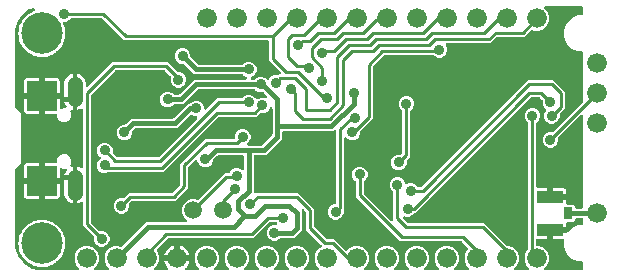
<source format=gbr>
G04 EAGLE Gerber RS-274X export*
G75*
%MOMM*%
%FSLAX34Y34*%
%LPD*%
%INBottom Copper*%
%IPPOS*%
%AMOC8*
5,1,8,0,0,1.08239X$1,22.5*%
G01*
%ADD10C,3.516000*%
%ADD11R,2.500000X2.500000*%
%ADD12C,1.308000*%
%ADD13C,1.676400*%
%ADD14C,1.500000*%
%ADD15R,2.200000X1.050000*%
%ADD16R,0.800000X1.000000*%
%ADD17C,0.906400*%
%ADD18C,0.254000*%
%ADD19C,0.406400*%

G36*
X310004Y2558D02*
X310004Y2558D01*
X310143Y2571D01*
X310162Y2578D01*
X310182Y2581D01*
X310311Y2632D01*
X310442Y2679D01*
X310459Y2690D01*
X310478Y2698D01*
X310590Y2779D01*
X310705Y2857D01*
X310719Y2873D01*
X310735Y2884D01*
X310824Y2992D01*
X310916Y3096D01*
X310925Y3114D01*
X310938Y3129D01*
X310997Y3255D01*
X311060Y3379D01*
X311065Y3399D01*
X311073Y3417D01*
X311099Y3553D01*
X311130Y3689D01*
X311129Y3710D01*
X311133Y3729D01*
X311124Y3868D01*
X311120Y4007D01*
X311115Y4027D01*
X311113Y4047D01*
X311071Y4179D01*
X311032Y4313D01*
X311022Y4330D01*
X311015Y4349D01*
X310941Y4467D01*
X310870Y4587D01*
X310852Y4608D01*
X310845Y4618D01*
X310830Y4632D01*
X310764Y4707D01*
X308671Y6801D01*
X307085Y10628D01*
X307085Y14772D01*
X308671Y18599D01*
X311601Y21529D01*
X315428Y23115D01*
X319572Y23115D01*
X323399Y21529D01*
X326329Y18599D01*
X327915Y14772D01*
X327915Y10628D01*
X326329Y6801D01*
X324236Y4707D01*
X324151Y4598D01*
X324062Y4491D01*
X324054Y4472D01*
X324041Y4456D01*
X323986Y4328D01*
X323927Y4203D01*
X323923Y4183D01*
X323915Y4164D01*
X323893Y4026D01*
X323867Y3890D01*
X323868Y3870D01*
X323865Y3850D01*
X323878Y3711D01*
X323887Y3573D01*
X323893Y3554D01*
X323895Y3534D01*
X323942Y3402D01*
X323985Y3271D01*
X323996Y3253D01*
X324002Y3234D01*
X324080Y3119D01*
X324155Y3002D01*
X324170Y2988D01*
X324181Y2971D01*
X324285Y2879D01*
X324386Y2784D01*
X324404Y2774D01*
X324419Y2761D01*
X324544Y2697D01*
X324665Y2630D01*
X324685Y2625D01*
X324703Y2616D01*
X324838Y2586D01*
X324973Y2551D01*
X325001Y2549D01*
X325013Y2546D01*
X325033Y2547D01*
X325134Y2541D01*
X335266Y2541D01*
X335404Y2558D01*
X335543Y2571D01*
X335562Y2578D01*
X335582Y2581D01*
X335711Y2632D01*
X335842Y2679D01*
X335859Y2690D01*
X335878Y2698D01*
X335990Y2779D01*
X336105Y2857D01*
X336119Y2873D01*
X336135Y2884D01*
X336224Y2992D01*
X336316Y3096D01*
X336325Y3114D01*
X336338Y3129D01*
X336397Y3255D01*
X336460Y3379D01*
X336465Y3399D01*
X336473Y3417D01*
X336499Y3553D01*
X336530Y3689D01*
X336529Y3710D01*
X336533Y3729D01*
X336524Y3868D01*
X336520Y4007D01*
X336515Y4027D01*
X336513Y4047D01*
X336471Y4179D01*
X336432Y4313D01*
X336422Y4330D01*
X336415Y4349D01*
X336341Y4467D01*
X336270Y4587D01*
X336252Y4608D01*
X336245Y4618D01*
X336230Y4632D01*
X336164Y4707D01*
X334071Y6801D01*
X332485Y10628D01*
X332485Y14772D01*
X334071Y18599D01*
X337001Y21529D01*
X340828Y23115D01*
X344972Y23115D01*
X348799Y21529D01*
X351729Y18599D01*
X353315Y14772D01*
X353315Y10628D01*
X351729Y6801D01*
X349636Y4707D01*
X349551Y4598D01*
X349462Y4491D01*
X349454Y4472D01*
X349441Y4456D01*
X349386Y4328D01*
X349327Y4203D01*
X349323Y4183D01*
X349315Y4164D01*
X349293Y4026D01*
X349267Y3890D01*
X349268Y3870D01*
X349265Y3850D01*
X349278Y3711D01*
X349287Y3573D01*
X349293Y3554D01*
X349295Y3534D01*
X349342Y3402D01*
X349385Y3271D01*
X349396Y3253D01*
X349402Y3234D01*
X349480Y3119D01*
X349555Y3002D01*
X349570Y2988D01*
X349581Y2971D01*
X349685Y2879D01*
X349786Y2784D01*
X349804Y2774D01*
X349819Y2761D01*
X349944Y2697D01*
X350065Y2630D01*
X350085Y2625D01*
X350103Y2616D01*
X350238Y2586D01*
X350373Y2551D01*
X350401Y2549D01*
X350413Y2546D01*
X350433Y2547D01*
X350534Y2541D01*
X360666Y2541D01*
X360804Y2558D01*
X360943Y2571D01*
X360962Y2578D01*
X360982Y2581D01*
X361111Y2632D01*
X361242Y2679D01*
X361259Y2690D01*
X361278Y2698D01*
X361390Y2779D01*
X361505Y2857D01*
X361519Y2873D01*
X361535Y2884D01*
X361624Y2992D01*
X361716Y3096D01*
X361725Y3114D01*
X361738Y3129D01*
X361797Y3255D01*
X361860Y3379D01*
X361865Y3399D01*
X361873Y3417D01*
X361899Y3553D01*
X361930Y3689D01*
X361929Y3710D01*
X361933Y3729D01*
X361924Y3868D01*
X361920Y4007D01*
X361915Y4027D01*
X361913Y4047D01*
X361871Y4179D01*
X361832Y4313D01*
X361822Y4330D01*
X361815Y4349D01*
X361741Y4467D01*
X361670Y4587D01*
X361652Y4608D01*
X361645Y4618D01*
X361630Y4632D01*
X361564Y4707D01*
X359471Y6801D01*
X357885Y10628D01*
X357885Y14772D01*
X359471Y18599D01*
X362401Y21529D01*
X366228Y23115D01*
X370372Y23115D01*
X374199Y21529D01*
X377129Y18599D01*
X378715Y14772D01*
X378715Y10628D01*
X377129Y6801D01*
X375036Y4707D01*
X374951Y4598D01*
X374862Y4491D01*
X374854Y4472D01*
X374841Y4456D01*
X374786Y4328D01*
X374727Y4203D01*
X374723Y4183D01*
X374715Y4164D01*
X374693Y4026D01*
X374667Y3890D01*
X374668Y3870D01*
X374665Y3850D01*
X374678Y3711D01*
X374687Y3573D01*
X374693Y3554D01*
X374695Y3534D01*
X374742Y3402D01*
X374785Y3271D01*
X374796Y3253D01*
X374802Y3234D01*
X374880Y3119D01*
X374955Y3002D01*
X374970Y2988D01*
X374981Y2971D01*
X375085Y2879D01*
X375186Y2784D01*
X375204Y2774D01*
X375219Y2761D01*
X375344Y2697D01*
X375465Y2630D01*
X375485Y2625D01*
X375503Y2616D01*
X375638Y2586D01*
X375773Y2551D01*
X375801Y2549D01*
X375813Y2546D01*
X375833Y2547D01*
X375934Y2541D01*
X386066Y2541D01*
X386204Y2558D01*
X386343Y2571D01*
X386362Y2578D01*
X386382Y2581D01*
X386511Y2632D01*
X386642Y2679D01*
X386659Y2690D01*
X386678Y2698D01*
X386790Y2779D01*
X386905Y2857D01*
X386919Y2873D01*
X386935Y2884D01*
X387024Y2992D01*
X387116Y3096D01*
X387125Y3114D01*
X387138Y3129D01*
X387197Y3255D01*
X387260Y3379D01*
X387265Y3399D01*
X387273Y3417D01*
X387299Y3553D01*
X387330Y3689D01*
X387329Y3710D01*
X387333Y3729D01*
X387324Y3868D01*
X387320Y4007D01*
X387315Y4027D01*
X387313Y4047D01*
X387271Y4179D01*
X387232Y4313D01*
X387222Y4330D01*
X387215Y4349D01*
X387141Y4467D01*
X387070Y4587D01*
X387052Y4608D01*
X387045Y4618D01*
X387030Y4632D01*
X386964Y4707D01*
X384871Y6801D01*
X383285Y10628D01*
X383285Y14772D01*
X384871Y18599D01*
X386278Y20006D01*
X386351Y20101D01*
X386430Y20190D01*
X386448Y20226D01*
X386473Y20258D01*
X386520Y20367D01*
X386574Y20473D01*
X386583Y20512D01*
X386599Y20550D01*
X386618Y20667D01*
X386644Y20783D01*
X386643Y20824D01*
X386649Y20864D01*
X386638Y20982D01*
X386634Y21101D01*
X386623Y21140D01*
X386619Y21180D01*
X386579Y21292D01*
X386546Y21407D01*
X386525Y21441D01*
X386512Y21480D01*
X386445Y21578D01*
X386384Y21681D01*
X386344Y21726D01*
X386333Y21743D01*
X386318Y21756D01*
X386278Y21801D01*
X381274Y26806D01*
X381195Y26866D01*
X381123Y26934D01*
X381070Y26963D01*
X381022Y27000D01*
X380931Y27040D01*
X380845Y27088D01*
X380786Y27103D01*
X380731Y27127D01*
X380633Y27142D01*
X380537Y27167D01*
X380437Y27173D01*
X380416Y27177D01*
X380404Y27175D01*
X380376Y27177D01*
X328832Y27177D01*
X291337Y64672D01*
X291337Y77313D01*
X291325Y77411D01*
X291322Y77510D01*
X291305Y77568D01*
X291297Y77629D01*
X291261Y77721D01*
X291233Y77816D01*
X291203Y77868D01*
X291180Y77924D01*
X291122Y78004D01*
X291072Y78090D01*
X291006Y78165D01*
X290994Y78182D01*
X290984Y78189D01*
X290966Y78211D01*
X289075Y80101D01*
X288075Y82514D01*
X288075Y85126D01*
X289075Y87539D01*
X290921Y89385D01*
X293334Y90385D01*
X295946Y90385D01*
X298359Y89385D01*
X300205Y87539D01*
X301205Y85126D01*
X301205Y82514D01*
X300205Y80101D01*
X298314Y78211D01*
X298254Y78132D01*
X298186Y78060D01*
X298157Y78007D01*
X298120Y77959D01*
X298080Y77868D01*
X298032Y77782D01*
X298017Y77723D01*
X297993Y77667D01*
X297978Y77569D01*
X297953Y77474D01*
X297947Y77374D01*
X297943Y77353D01*
X297945Y77341D01*
X297943Y77313D01*
X297943Y67934D01*
X297955Y67836D01*
X297958Y67737D01*
X297975Y67678D01*
X297983Y67618D01*
X298019Y67526D01*
X298047Y67431D01*
X298077Y67379D01*
X298100Y67323D01*
X298158Y67243D01*
X298208Y67157D01*
X298274Y67082D01*
X298286Y67065D01*
X298296Y67057D01*
X298314Y67036D01*
X320921Y44430D01*
X321030Y44345D01*
X321137Y44256D01*
X321156Y44248D01*
X321172Y44235D01*
X321300Y44180D01*
X321425Y44121D01*
X321445Y44117D01*
X321464Y44109D01*
X321602Y44087D01*
X321738Y44061D01*
X321758Y44062D01*
X321778Y44059D01*
X321917Y44072D01*
X322055Y44081D01*
X322074Y44087D01*
X322094Y44089D01*
X322226Y44136D01*
X322357Y44179D01*
X322375Y44190D01*
X322394Y44197D01*
X322509Y44275D01*
X322626Y44349D01*
X322640Y44364D01*
X322657Y44375D01*
X322749Y44479D01*
X322844Y44581D01*
X322854Y44598D01*
X322867Y44614D01*
X322931Y44737D01*
X322998Y44859D01*
X323003Y44879D01*
X323012Y44897D01*
X323042Y45033D01*
X323077Y45167D01*
X323079Y45195D01*
X323082Y45207D01*
X323081Y45228D01*
X323087Y45328D01*
X323087Y68423D01*
X323075Y68521D01*
X323072Y68620D01*
X323055Y68678D01*
X323047Y68739D01*
X323011Y68831D01*
X322983Y68926D01*
X322953Y68978D01*
X322930Y69034D01*
X322872Y69114D01*
X322822Y69200D01*
X322756Y69275D01*
X322744Y69292D01*
X322734Y69299D01*
X322716Y69321D01*
X320825Y71211D01*
X319825Y73624D01*
X319825Y76236D01*
X320825Y78649D01*
X322671Y80495D01*
X325084Y81495D01*
X327696Y81495D01*
X330109Y80495D01*
X331955Y78649D01*
X332927Y76303D01*
X332986Y76199D01*
X333038Y76092D01*
X333065Y76062D01*
X333085Y76026D01*
X333167Y75941D01*
X333245Y75850D01*
X333278Y75827D01*
X333306Y75798D01*
X333407Y75736D01*
X333505Y75667D01*
X333543Y75653D01*
X333577Y75632D01*
X333691Y75597D01*
X333802Y75555D01*
X333842Y75550D01*
X333881Y75538D01*
X334000Y75533D01*
X334118Y75519D01*
X334158Y75525D01*
X334199Y75523D01*
X334315Y75547D01*
X334433Y75564D01*
X334490Y75583D01*
X334510Y75587D01*
X334528Y75596D01*
X334585Y75616D01*
X336514Y76415D01*
X339126Y76415D01*
X341539Y75415D01*
X343429Y73524D01*
X343508Y73464D01*
X343580Y73396D01*
X343633Y73367D01*
X343681Y73330D01*
X343772Y73290D01*
X343858Y73242D01*
X343917Y73227D01*
X343973Y73203D01*
X344071Y73188D01*
X344166Y73163D01*
X344266Y73157D01*
X344287Y73153D01*
X344299Y73155D01*
X344327Y73153D01*
X346086Y73153D01*
X346184Y73165D01*
X346283Y73168D01*
X346342Y73185D01*
X346402Y73193D01*
X346494Y73229D01*
X346589Y73257D01*
X346641Y73287D01*
X346697Y73310D01*
X346777Y73368D01*
X346863Y73418D01*
X346938Y73484D01*
X346955Y73496D01*
X346963Y73506D01*
X346984Y73524D01*
X434476Y161016D01*
X436782Y163323D01*
X458568Y163323D01*
X468123Y153768D01*
X468123Y139602D01*
X464136Y135616D01*
X464076Y135537D01*
X464008Y135465D01*
X463979Y135412D01*
X463942Y135364D01*
X463902Y135273D01*
X463854Y135187D01*
X463839Y135128D01*
X463815Y135073D01*
X463800Y134975D01*
X463775Y134879D01*
X463769Y134779D01*
X463765Y134758D01*
X463767Y134746D01*
X463765Y134718D01*
X463765Y132044D01*
X462765Y129631D01*
X460919Y127785D01*
X458506Y126785D01*
X455894Y126785D01*
X453481Y127785D01*
X451635Y129631D01*
X450635Y132044D01*
X450635Y134656D01*
X451635Y137069D01*
X452099Y137532D01*
X452172Y137627D01*
X452250Y137716D01*
X452269Y137752D01*
X452293Y137784D01*
X452341Y137893D01*
X452395Y137999D01*
X452404Y138038D01*
X452420Y138076D01*
X452439Y138193D01*
X452465Y138309D01*
X452463Y138350D01*
X452470Y138390D01*
X452459Y138508D01*
X452455Y138627D01*
X452444Y138666D01*
X452440Y138706D01*
X452400Y138818D01*
X452367Y138933D01*
X452346Y138968D01*
X452332Y139006D01*
X452266Y139104D01*
X452205Y139207D01*
X452165Y139252D01*
X452154Y139269D01*
X452138Y139282D01*
X452099Y139327D01*
X450365Y141061D01*
X449365Y143474D01*
X449365Y146148D01*
X449353Y146246D01*
X449350Y146345D01*
X449333Y146404D01*
X449325Y146464D01*
X449289Y146556D01*
X449261Y146651D01*
X449231Y146703D01*
X449208Y146759D01*
X449150Y146839D01*
X449100Y146925D01*
X449034Y147000D01*
X449022Y147017D01*
X449012Y147025D01*
X448994Y147046D01*
X447314Y148726D01*
X447235Y148786D01*
X447163Y148854D01*
X447110Y148883D01*
X447062Y148920D01*
X446971Y148960D01*
X446885Y149008D01*
X446826Y149023D01*
X446771Y149047D01*
X446673Y149062D01*
X446577Y149087D01*
X446477Y149093D01*
X446456Y149097D01*
X446444Y149095D01*
X446416Y149097D01*
X440044Y149097D01*
X439946Y149085D01*
X439847Y149082D01*
X439788Y149065D01*
X439728Y149057D01*
X439636Y149021D01*
X439541Y148993D01*
X439489Y148963D01*
X439433Y148940D01*
X439352Y148882D01*
X439267Y148832D01*
X439192Y148766D01*
X439175Y148754D01*
X439167Y148744D01*
X439146Y148726D01*
X341720Y51299D01*
X341689Y51295D01*
X341590Y51292D01*
X341532Y51275D01*
X341471Y51267D01*
X341379Y51231D01*
X341284Y51203D01*
X341232Y51173D01*
X341176Y51150D01*
X341096Y51092D01*
X341010Y51042D01*
X340935Y50976D01*
X340918Y50964D01*
X340911Y50954D01*
X340889Y50936D01*
X338999Y49045D01*
X336586Y48045D01*
X333974Y48045D01*
X333094Y48410D01*
X333027Y48428D01*
X332963Y48456D01*
X332874Y48470D01*
X332788Y48494D01*
X332718Y48495D01*
X332649Y48506D01*
X332559Y48497D01*
X332470Y48499D01*
X332402Y48482D01*
X332332Y48476D01*
X332248Y48445D01*
X332160Y48425D01*
X332099Y48392D01*
X332033Y48368D01*
X331959Y48318D01*
X331879Y48276D01*
X331828Y48229D01*
X331770Y48190D01*
X331710Y48122D01*
X331644Y48062D01*
X331606Y48004D01*
X331559Y47951D01*
X331519Y47871D01*
X331469Y47796D01*
X331447Y47730D01*
X331415Y47668D01*
X331395Y47580D01*
X331366Y47495D01*
X331360Y47426D01*
X331345Y47358D01*
X331348Y47268D01*
X331341Y47178D01*
X331353Y47110D01*
X331355Y47040D01*
X331380Y46954D01*
X331395Y46865D01*
X331424Y46801D01*
X331443Y46734D01*
X331489Y46657D01*
X331526Y46575D01*
X331569Y46520D01*
X331605Y46460D01*
X331711Y46340D01*
X335006Y43044D01*
X335085Y42984D01*
X335157Y42916D01*
X335210Y42887D01*
X335258Y42850D01*
X335349Y42810D01*
X335435Y42762D01*
X335494Y42747D01*
X335549Y42723D01*
X335647Y42708D01*
X335743Y42683D01*
X335843Y42677D01*
X335864Y42673D01*
X335876Y42675D01*
X335904Y42673D01*
X400148Y42673D01*
X419334Y23486D01*
X419413Y23426D01*
X419485Y23358D01*
X419538Y23329D01*
X419586Y23292D01*
X419677Y23252D01*
X419763Y23204D01*
X419822Y23189D01*
X419877Y23165D01*
X419975Y23150D01*
X420071Y23125D01*
X420171Y23119D01*
X420191Y23115D01*
X420204Y23117D01*
X420232Y23115D01*
X421172Y23115D01*
X424999Y21529D01*
X427929Y18599D01*
X429515Y14772D01*
X429515Y10628D01*
X427929Y6801D01*
X425836Y4707D01*
X425751Y4598D01*
X425662Y4491D01*
X425654Y4472D01*
X425641Y4456D01*
X425586Y4328D01*
X425527Y4203D01*
X425523Y4183D01*
X425515Y4164D01*
X425493Y4026D01*
X425467Y3890D01*
X425468Y3870D01*
X425465Y3850D01*
X425478Y3711D01*
X425487Y3573D01*
X425493Y3554D01*
X425495Y3534D01*
X425542Y3402D01*
X425585Y3271D01*
X425596Y3253D01*
X425602Y3234D01*
X425680Y3119D01*
X425755Y3002D01*
X425770Y2988D01*
X425781Y2971D01*
X425885Y2879D01*
X425986Y2784D01*
X426004Y2774D01*
X426019Y2761D01*
X426144Y2697D01*
X426265Y2630D01*
X426285Y2625D01*
X426303Y2616D01*
X426438Y2586D01*
X426573Y2551D01*
X426601Y2549D01*
X426613Y2546D01*
X426633Y2547D01*
X426734Y2541D01*
X436866Y2541D01*
X437004Y2558D01*
X437143Y2571D01*
X437162Y2578D01*
X437182Y2581D01*
X437311Y2632D01*
X437442Y2679D01*
X437459Y2690D01*
X437478Y2698D01*
X437590Y2779D01*
X437705Y2857D01*
X437719Y2873D01*
X437735Y2884D01*
X437824Y2992D01*
X437916Y3096D01*
X437925Y3114D01*
X437938Y3129D01*
X437997Y3255D01*
X438060Y3379D01*
X438065Y3399D01*
X438073Y3417D01*
X438099Y3553D01*
X438130Y3689D01*
X438129Y3710D01*
X438133Y3729D01*
X438124Y3868D01*
X438120Y4007D01*
X438115Y4027D01*
X438113Y4047D01*
X438071Y4179D01*
X438032Y4313D01*
X438022Y4330D01*
X438015Y4349D01*
X437941Y4467D01*
X437870Y4587D01*
X437852Y4608D01*
X437845Y4618D01*
X437830Y4632D01*
X437764Y4707D01*
X435671Y6801D01*
X434085Y10628D01*
X434085Y14772D01*
X435671Y18599D01*
X437016Y19944D01*
X437076Y20022D01*
X437144Y20095D01*
X437173Y20148D01*
X437210Y20195D01*
X437250Y20286D01*
X437298Y20373D01*
X437313Y20432D01*
X437337Y20487D01*
X437352Y20585D01*
X437377Y20681D01*
X437383Y20781D01*
X437387Y20801D01*
X437385Y20814D01*
X437387Y20842D01*
X437387Y126843D01*
X437375Y126941D01*
X437372Y127040D01*
X437355Y127098D01*
X437347Y127159D01*
X437311Y127251D01*
X437283Y127346D01*
X437253Y127398D01*
X437230Y127454D01*
X437172Y127534D01*
X437122Y127620D01*
X437056Y127695D01*
X437044Y127712D01*
X437034Y127719D01*
X437016Y127741D01*
X435125Y129631D01*
X434125Y132044D01*
X434125Y134656D01*
X435125Y137069D01*
X436971Y138915D01*
X439384Y139915D01*
X441996Y139915D01*
X444409Y138915D01*
X446255Y137069D01*
X447255Y134656D01*
X447255Y132044D01*
X446255Y129631D01*
X444364Y127741D01*
X444304Y127662D01*
X444236Y127590D01*
X444207Y127537D01*
X444170Y127489D01*
X444130Y127398D01*
X444082Y127312D01*
X444067Y127253D01*
X444043Y127197D01*
X444028Y127099D01*
X444003Y127004D01*
X443997Y126904D01*
X443993Y126883D01*
X443995Y126871D01*
X443993Y126843D01*
X443993Y73610D01*
X444008Y73492D01*
X444015Y73373D01*
X444028Y73335D01*
X444033Y73294D01*
X444076Y73184D01*
X444113Y73071D01*
X444135Y73036D01*
X444150Y72999D01*
X444219Y72903D01*
X444283Y72802D01*
X444313Y72774D01*
X444336Y72741D01*
X444428Y72665D01*
X444515Y72584D01*
X444550Y72564D01*
X444581Y72539D01*
X444689Y72488D01*
X444793Y72430D01*
X444833Y72420D01*
X444869Y72403D01*
X444986Y72381D01*
X445101Y72351D01*
X445161Y72347D01*
X445181Y72343D01*
X445202Y72345D01*
X445262Y72341D01*
X453391Y72341D01*
X453391Y65820D01*
X453406Y65702D01*
X453413Y65583D01*
X453426Y65545D01*
X453431Y65505D01*
X453474Y65394D01*
X453511Y65281D01*
X453533Y65246D01*
X453548Y65209D01*
X453618Y65113D01*
X453681Y65012D01*
X453711Y64984D01*
X453735Y64952D01*
X453826Y64876D01*
X453913Y64794D01*
X453948Y64775D01*
X453979Y64749D01*
X454087Y64698D01*
X454191Y64641D01*
X454231Y64630D01*
X454267Y64613D01*
X454384Y64591D01*
X454499Y64561D01*
X454560Y64557D01*
X454580Y64553D01*
X454600Y64555D01*
X454660Y64551D01*
X455931Y64551D01*
X455931Y63280D01*
X455946Y63162D01*
X455953Y63043D01*
X455966Y63005D01*
X455971Y62965D01*
X456015Y62854D01*
X456051Y62741D01*
X456073Y62706D01*
X456088Y62669D01*
X456158Y62573D01*
X456221Y62472D01*
X456251Y62444D01*
X456275Y62411D01*
X456366Y62336D01*
X456453Y62254D01*
X456488Y62234D01*
X456520Y62209D01*
X456627Y62158D01*
X456731Y62100D01*
X456771Y62090D01*
X456807Y62073D01*
X456924Y62051D01*
X457039Y62021D01*
X457100Y62017D01*
X457120Y62013D01*
X457140Y62015D01*
X457200Y62011D01*
X469471Y62011D01*
X469471Y59102D01*
X469486Y58984D01*
X469493Y58865D01*
X469506Y58827D01*
X469511Y58786D01*
X469554Y58676D01*
X469591Y58563D01*
X469613Y58528D01*
X469628Y58491D01*
X469697Y58395D01*
X469761Y58294D01*
X469791Y58266D01*
X469814Y58233D01*
X469906Y58157D01*
X469993Y58076D01*
X470028Y58056D01*
X470059Y58031D01*
X470167Y57980D01*
X470271Y57922D01*
X470311Y57912D01*
X470347Y57895D01*
X470464Y57873D01*
X470579Y57843D01*
X470639Y57839D01*
X470659Y57835D01*
X470680Y57837D01*
X470740Y57833D01*
X476022Y57833D01*
X477213Y56642D01*
X477213Y56134D01*
X477228Y56016D01*
X477235Y55897D01*
X477248Y55859D01*
X477253Y55818D01*
X477296Y55708D01*
X477333Y55595D01*
X477355Y55560D01*
X477370Y55523D01*
X477439Y55427D01*
X477503Y55326D01*
X477533Y55298D01*
X477556Y55265D01*
X477648Y55189D01*
X477735Y55108D01*
X477770Y55088D01*
X477801Y55063D01*
X477909Y55012D01*
X478013Y54954D01*
X478053Y54944D01*
X478089Y54927D01*
X478206Y54905D01*
X478321Y54875D01*
X478381Y54871D01*
X478401Y54867D01*
X478422Y54869D01*
X478482Y54865D01*
X482600Y54865D01*
X482718Y54880D01*
X482837Y54887D01*
X482875Y54900D01*
X482916Y54905D01*
X483026Y54948D01*
X483139Y54985D01*
X483174Y55007D01*
X483211Y55022D01*
X483307Y55091D01*
X483408Y55155D01*
X483436Y55185D01*
X483469Y55208D01*
X483545Y55300D01*
X483626Y55387D01*
X483646Y55422D01*
X483671Y55453D01*
X483722Y55561D01*
X483780Y55665D01*
X483790Y55705D01*
X483807Y55741D01*
X483829Y55858D01*
X483859Y55973D01*
X483863Y56033D01*
X483867Y56053D01*
X483865Y56074D01*
X483869Y56134D01*
X483869Y133234D01*
X483852Y133372D01*
X483839Y133511D01*
X483832Y133530D01*
X483829Y133550D01*
X483778Y133679D01*
X483731Y133810D01*
X483720Y133827D01*
X483712Y133845D01*
X483631Y133958D01*
X483553Y134073D01*
X483537Y134086D01*
X483526Y134103D01*
X483418Y134191D01*
X483314Y134283D01*
X483296Y134293D01*
X483281Y134306D01*
X483155Y134365D01*
X483031Y134428D01*
X483011Y134433D01*
X482993Y134441D01*
X482857Y134467D01*
X482721Y134498D01*
X482700Y134497D01*
X482680Y134501D01*
X482542Y134492D01*
X482403Y134488D01*
X482383Y134482D01*
X482363Y134481D01*
X482231Y134438D01*
X482097Y134400D01*
X482080Y134389D01*
X482061Y134383D01*
X481943Y134309D01*
X481823Y134238D01*
X481802Y134220D01*
X481792Y134213D01*
X481778Y134198D01*
X481702Y134132D01*
X462866Y115296D01*
X462806Y115217D01*
X462738Y115145D01*
X462709Y115092D01*
X462672Y115044D01*
X462632Y114953D01*
X462584Y114867D01*
X462569Y114808D01*
X462545Y114753D01*
X462530Y114655D01*
X462505Y114559D01*
X462499Y114459D01*
X462495Y114438D01*
X462497Y114426D01*
X462495Y114398D01*
X462495Y111724D01*
X461495Y109311D01*
X459649Y107465D01*
X457236Y106465D01*
X454624Y106465D01*
X452211Y107465D01*
X450365Y109311D01*
X449365Y111724D01*
X449365Y114336D01*
X450365Y116749D01*
X452211Y118595D01*
X454624Y119595D01*
X457298Y119595D01*
X457396Y119607D01*
X457495Y119610D01*
X457554Y119627D01*
X457614Y119635D01*
X457706Y119671D01*
X457801Y119699D01*
X457853Y119729D01*
X457909Y119752D01*
X457989Y119810D01*
X458075Y119860D01*
X458150Y119926D01*
X458167Y119938D01*
X458175Y119948D01*
X458196Y119966D01*
X483497Y145268D01*
X483558Y145347D01*
X483626Y145419D01*
X483655Y145472D01*
X483692Y145520D01*
X483732Y145611D01*
X483780Y145697D01*
X483795Y145756D01*
X483819Y145811D01*
X483834Y145909D01*
X483859Y146005D01*
X483865Y146105D01*
X483869Y146125D01*
X483867Y146138D01*
X483869Y146166D01*
X483869Y186690D01*
X483854Y186808D01*
X483847Y186927D01*
X483834Y186965D01*
X483829Y187006D01*
X483786Y187116D01*
X483749Y187229D01*
X483727Y187264D01*
X483712Y187301D01*
X483642Y187397D01*
X483579Y187498D01*
X483549Y187526D01*
X483526Y187559D01*
X483434Y187635D01*
X483347Y187716D01*
X483312Y187736D01*
X483281Y187761D01*
X483173Y187812D01*
X483069Y187870D01*
X483029Y187880D01*
X482993Y187897D01*
X482876Y187919D01*
X482761Y187949D01*
X482700Y187953D01*
X482680Y187957D01*
X482660Y187955D01*
X482600Y187959D01*
X479568Y187959D01*
X473967Y190280D01*
X469680Y194567D01*
X467359Y200168D01*
X467359Y206232D01*
X469680Y211833D01*
X473967Y216120D01*
X479568Y218441D01*
X482600Y218441D01*
X482718Y218456D01*
X482837Y218463D01*
X482875Y218476D01*
X482916Y218481D01*
X483026Y218524D01*
X483139Y218561D01*
X483174Y218583D01*
X483211Y218598D01*
X483307Y218667D01*
X483408Y218731D01*
X483436Y218761D01*
X483469Y218784D01*
X483544Y218876D01*
X483626Y218963D01*
X483646Y218998D01*
X483671Y219029D01*
X483722Y219137D01*
X483780Y219241D01*
X483790Y219281D01*
X483807Y219317D01*
X483829Y219434D01*
X483859Y219549D01*
X483863Y219609D01*
X483867Y219629D01*
X483865Y219650D01*
X483869Y219710D01*
X483869Y224790D01*
X483854Y224908D01*
X483847Y225027D01*
X483834Y225065D01*
X483829Y225106D01*
X483786Y225216D01*
X483749Y225329D01*
X483727Y225364D01*
X483712Y225401D01*
X483642Y225497D01*
X483579Y225598D01*
X483549Y225626D01*
X483526Y225659D01*
X483434Y225735D01*
X483347Y225816D01*
X483312Y225836D01*
X483281Y225861D01*
X483173Y225912D01*
X483069Y225970D01*
X483029Y225980D01*
X482993Y225997D01*
X482876Y226019D01*
X482761Y226049D01*
X482700Y226053D01*
X482680Y226057D01*
X482660Y226055D01*
X482600Y226059D01*
X452134Y226059D01*
X451996Y226042D01*
X451857Y226029D01*
X451838Y226022D01*
X451818Y226019D01*
X451689Y225968D01*
X451558Y225921D01*
X451541Y225910D01*
X451522Y225902D01*
X451410Y225821D01*
X451295Y225743D01*
X451281Y225727D01*
X451265Y225716D01*
X451176Y225608D01*
X451084Y225504D01*
X451075Y225486D01*
X451062Y225471D01*
X451003Y225345D01*
X450940Y225221D01*
X450935Y225201D01*
X450927Y225183D01*
X450901Y225047D01*
X450870Y224911D01*
X450871Y224890D01*
X450867Y224871D01*
X450876Y224732D01*
X450880Y224593D01*
X450885Y224573D01*
X450887Y224553D01*
X450929Y224421D01*
X450968Y224287D01*
X450978Y224270D01*
X450985Y224251D01*
X451059Y224133D01*
X451130Y224013D01*
X451148Y223992D01*
X451155Y223982D01*
X451170Y223968D01*
X451236Y223893D01*
X453329Y221799D01*
X454915Y217972D01*
X454915Y213828D01*
X453329Y210001D01*
X450399Y207071D01*
X446572Y205485D01*
X442428Y205485D01*
X440615Y206236D01*
X440587Y206244D01*
X440560Y206258D01*
X440434Y206286D01*
X440308Y206320D01*
X440279Y206321D01*
X440250Y206327D01*
X440120Y206323D01*
X439990Y206325D01*
X439962Y206318D01*
X439932Y206318D01*
X439808Y206281D01*
X439681Y206251D01*
X439655Y206237D01*
X439627Y206229D01*
X439515Y206163D01*
X439400Y206102D01*
X439378Y206083D01*
X439353Y206068D01*
X439232Y205961D01*
X433803Y200532D01*
X411469Y200532D01*
X411371Y200520D01*
X411272Y200517D01*
X411213Y200500D01*
X411153Y200492D01*
X411061Y200456D01*
X410966Y200428D01*
X410914Y200398D01*
X410858Y200375D01*
X410778Y200317D01*
X410692Y200267D01*
X410617Y200201D01*
X410600Y200189D01*
X410592Y200179D01*
X410571Y200161D01*
X405228Y194817D01*
X368641Y194817D01*
X368591Y194811D01*
X368542Y194813D01*
X368434Y194791D01*
X368325Y194777D01*
X368279Y194759D01*
X368230Y194749D01*
X368132Y194701D01*
X368030Y194660D01*
X367989Y194631D01*
X367945Y194609D01*
X367861Y194538D01*
X367772Y194474D01*
X367741Y194435D01*
X367703Y194403D01*
X367640Y194313D01*
X367569Y194229D01*
X367548Y194184D01*
X367520Y194143D01*
X367481Y194040D01*
X367434Y193941D01*
X367425Y193892D01*
X367407Y193846D01*
X367395Y193736D01*
X367374Y193629D01*
X367377Y193579D01*
X367372Y193530D01*
X367387Y193421D01*
X367394Y193311D01*
X367409Y193264D01*
X367416Y193215D01*
X367468Y193062D01*
X368515Y190536D01*
X368515Y187924D01*
X367515Y185511D01*
X365669Y183665D01*
X363256Y182665D01*
X360644Y182665D01*
X358231Y183665D01*
X357611Y184286D01*
X357532Y184346D01*
X357460Y184414D01*
X357407Y184443D01*
X357359Y184480D01*
X357268Y184520D01*
X357182Y184568D01*
X357123Y184583D01*
X357067Y184607D01*
X356969Y184622D01*
X356874Y184647D01*
X356774Y184653D01*
X356753Y184657D01*
X356741Y184655D01*
X356713Y184657D01*
X315584Y184657D01*
X315486Y184645D01*
X315387Y184642D01*
X315328Y184625D01*
X315268Y184617D01*
X315176Y184581D01*
X315081Y184553D01*
X315029Y184523D01*
X314973Y184500D01*
X314892Y184442D01*
X314807Y184392D01*
X314732Y184326D01*
X314715Y184314D01*
X314707Y184304D01*
X314686Y184286D01*
X305934Y175534D01*
X305874Y175455D01*
X305806Y175383D01*
X305777Y175330D01*
X305740Y175282D01*
X305700Y175191D01*
X305652Y175105D01*
X305637Y175046D01*
X305613Y174991D01*
X305598Y174893D01*
X305573Y174797D01*
X305567Y174697D01*
X305563Y174676D01*
X305565Y174664D01*
X305563Y174636D01*
X305563Y130712D01*
X295226Y120376D01*
X295166Y120297D01*
X295098Y120225D01*
X295069Y120172D01*
X295032Y120124D01*
X294992Y120033D01*
X294944Y119947D01*
X294929Y119888D01*
X294905Y119833D01*
X294890Y119735D01*
X294865Y119639D01*
X294859Y119539D01*
X294855Y119518D01*
X294857Y119506D01*
X294855Y119478D01*
X294855Y118074D01*
X293855Y115661D01*
X292009Y113815D01*
X289596Y112815D01*
X286984Y112815D01*
X284571Y113815D01*
X283599Y114787D01*
X283490Y114871D01*
X283383Y114960D01*
X283364Y114969D01*
X283348Y114982D01*
X283221Y115037D01*
X283095Y115096D01*
X283075Y115100D01*
X283056Y115108D01*
X282918Y115130D01*
X282782Y115156D01*
X282762Y115155D01*
X282742Y115158D01*
X282603Y115145D01*
X282465Y115136D01*
X282446Y115130D01*
X282426Y115128D01*
X282294Y115081D01*
X282163Y115038D01*
X282145Y115027D01*
X282126Y115020D01*
X282011Y114942D01*
X281894Y114868D01*
X281880Y114853D01*
X281863Y114842D01*
X281771Y114738D01*
X281676Y114636D01*
X281666Y114618D01*
X281653Y114603D01*
X281590Y114480D01*
X281522Y114358D01*
X281517Y114338D01*
X281508Y114320D01*
X281478Y114184D01*
X281443Y114050D01*
X281441Y114022D01*
X281438Y114010D01*
X281439Y113989D01*
X281433Y113889D01*
X281433Y54512D01*
X281256Y54336D01*
X281196Y54257D01*
X281128Y54185D01*
X281099Y54132D01*
X281062Y54084D01*
X281022Y53993D01*
X280974Y53907D01*
X280959Y53848D01*
X280935Y53793D01*
X280920Y53695D01*
X280895Y53599D01*
X280889Y53499D01*
X280885Y53478D01*
X280887Y53466D01*
X280885Y53438D01*
X280885Y50764D01*
X279885Y48351D01*
X278039Y46505D01*
X275626Y45505D01*
X273014Y45505D01*
X270601Y46505D01*
X268755Y48351D01*
X267755Y50764D01*
X267755Y53376D01*
X268755Y55789D01*
X270601Y57635D01*
X273014Y58635D01*
X273558Y58635D01*
X273676Y58650D01*
X273795Y58657D01*
X273833Y58670D01*
X273874Y58675D01*
X273984Y58718D01*
X274097Y58755D01*
X274132Y58777D01*
X274169Y58792D01*
X274265Y58861D01*
X274366Y58925D01*
X274394Y58955D01*
X274427Y58978D01*
X274503Y59070D01*
X274584Y59157D01*
X274604Y59192D01*
X274629Y59223D01*
X274680Y59331D01*
X274738Y59435D01*
X274748Y59475D01*
X274765Y59511D01*
X274787Y59628D01*
X274817Y59743D01*
X274821Y59803D01*
X274825Y59823D01*
X274823Y59844D01*
X274827Y59904D01*
X274827Y119965D01*
X274810Y120103D01*
X274797Y120241D01*
X274790Y120260D01*
X274787Y120280D01*
X274736Y120409D01*
X274689Y120540D01*
X274678Y120557D01*
X274670Y120576D01*
X274589Y120688D01*
X274511Y120803D01*
X274495Y120817D01*
X274484Y120833D01*
X274376Y120922D01*
X274272Y121014D01*
X274254Y121023D01*
X274239Y121036D01*
X274113Y121095D01*
X273989Y121158D01*
X273969Y121163D01*
X273951Y121172D01*
X273814Y121198D01*
X273679Y121228D01*
X273658Y121228D01*
X273639Y121231D01*
X273500Y121223D01*
X273361Y121218D01*
X273341Y121213D01*
X273321Y121212D01*
X273189Y121169D01*
X273055Y121130D01*
X273038Y121120D01*
X273019Y121114D01*
X272901Y121039D01*
X272781Y120969D01*
X272760Y120950D01*
X272750Y120943D01*
X272736Y120928D01*
X272661Y120862D01*
X272194Y120395D01*
X230124Y120395D01*
X230006Y120380D01*
X229887Y120373D01*
X229849Y120360D01*
X229808Y120355D01*
X229698Y120312D01*
X229585Y120275D01*
X229550Y120253D01*
X229513Y120238D01*
X229417Y120169D01*
X229316Y120105D01*
X229288Y120075D01*
X229255Y120052D01*
X229179Y119960D01*
X229098Y119873D01*
X229078Y119838D01*
X229053Y119807D01*
X229002Y119699D01*
X228944Y119595D01*
X228934Y119555D01*
X228917Y119519D01*
X228895Y119402D01*
X228865Y119287D01*
X228861Y119227D01*
X228857Y119207D01*
X228859Y119186D01*
X228855Y119126D01*
X228855Y113886D01*
X215044Y100075D01*
X205994Y100075D01*
X205876Y100060D01*
X205757Y100053D01*
X205719Y100040D01*
X205678Y100035D01*
X205568Y99992D01*
X205455Y99955D01*
X205420Y99933D01*
X205383Y99918D01*
X205287Y99849D01*
X205186Y99785D01*
X205158Y99755D01*
X205125Y99732D01*
X205049Y99640D01*
X204968Y99553D01*
X204948Y99518D01*
X204923Y99487D01*
X204872Y99379D01*
X204814Y99275D01*
X204804Y99235D01*
X204787Y99199D01*
X204765Y99082D01*
X204735Y98967D01*
X204731Y98907D01*
X204727Y98887D01*
X204729Y98866D01*
X204725Y98806D01*
X204725Y68950D01*
X204742Y68812D01*
X204755Y68673D01*
X204762Y68654D01*
X204765Y68634D01*
X204816Y68505D01*
X204863Y68374D01*
X204874Y68357D01*
X204882Y68339D01*
X204963Y68226D01*
X205041Y68111D01*
X205057Y68098D01*
X205068Y68081D01*
X205176Y67992D01*
X205280Y67900D01*
X205298Y67891D01*
X205313Y67878D01*
X205439Y67819D01*
X205563Y67756D01*
X205583Y67751D01*
X205601Y67743D01*
X205737Y67717D01*
X205873Y67686D01*
X205894Y67687D01*
X205913Y67683D01*
X206052Y67692D01*
X206191Y67696D01*
X206211Y67702D01*
X206231Y67703D01*
X206363Y67746D01*
X206497Y67784D01*
X206514Y67795D01*
X206533Y67801D01*
X206651Y67875D01*
X206771Y67946D01*
X206792Y67964D01*
X206802Y67971D01*
X206816Y67986D01*
X206892Y68052D01*
X206912Y68073D01*
X242668Y68073D01*
X256033Y54708D01*
X256033Y39994D01*
X256045Y39896D01*
X256048Y39797D01*
X256065Y39738D01*
X256073Y39678D01*
X256109Y39586D01*
X256137Y39491D01*
X256167Y39439D01*
X256190Y39383D01*
X256248Y39303D01*
X256298Y39217D01*
X256364Y39142D01*
X256376Y39125D01*
X256386Y39117D01*
X256404Y39096D01*
X266426Y29074D01*
X266505Y29014D01*
X266577Y28946D01*
X266630Y28917D01*
X266678Y28880D01*
X266769Y28840D01*
X266855Y28792D01*
X266914Y28777D01*
X266969Y28753D01*
X267067Y28738D01*
X267163Y28713D01*
X267263Y28707D01*
X267283Y28703D01*
X267296Y28705D01*
X267324Y28703D01*
X273148Y28703D01*
X282364Y19487D01*
X282458Y19414D01*
X282547Y19335D01*
X282583Y19317D01*
X282615Y19292D01*
X282724Y19245D01*
X282830Y19191D01*
X282870Y19182D01*
X282907Y19166D01*
X283024Y19147D01*
X283140Y19121D01*
X283181Y19122D01*
X283221Y19116D01*
X283339Y19127D01*
X283458Y19131D01*
X283497Y19142D01*
X283537Y19146D01*
X283650Y19186D01*
X283764Y19219D01*
X283799Y19240D01*
X283837Y19253D01*
X283935Y19320D01*
X284038Y19381D01*
X284083Y19421D01*
X284100Y19432D01*
X284113Y19447D01*
X284159Y19487D01*
X286201Y21529D01*
X290028Y23115D01*
X294172Y23115D01*
X297999Y21529D01*
X300929Y18599D01*
X302515Y14772D01*
X302515Y10628D01*
X300929Y6801D01*
X298836Y4707D01*
X298751Y4598D01*
X298662Y4491D01*
X298654Y4472D01*
X298641Y4456D01*
X298586Y4328D01*
X298527Y4203D01*
X298523Y4183D01*
X298515Y4164D01*
X298493Y4026D01*
X298467Y3890D01*
X298468Y3870D01*
X298465Y3850D01*
X298478Y3711D01*
X298487Y3573D01*
X298493Y3554D01*
X298495Y3534D01*
X298542Y3402D01*
X298585Y3271D01*
X298596Y3253D01*
X298602Y3234D01*
X298680Y3119D01*
X298755Y3002D01*
X298770Y2988D01*
X298781Y2971D01*
X298885Y2879D01*
X298986Y2784D01*
X299004Y2774D01*
X299019Y2761D01*
X299144Y2697D01*
X299265Y2630D01*
X299285Y2625D01*
X299303Y2616D01*
X299438Y2586D01*
X299573Y2551D01*
X299601Y2549D01*
X299613Y2546D01*
X299633Y2547D01*
X299734Y2541D01*
X309866Y2541D01*
X310004Y2558D01*
G37*
G36*
X56004Y2558D02*
X56004Y2558D01*
X56143Y2571D01*
X56162Y2578D01*
X56182Y2581D01*
X56311Y2632D01*
X56442Y2679D01*
X56459Y2690D01*
X56478Y2698D01*
X56590Y2779D01*
X56705Y2857D01*
X56719Y2873D01*
X56735Y2884D01*
X56824Y2992D01*
X56916Y3096D01*
X56925Y3114D01*
X56938Y3129D01*
X56997Y3255D01*
X57060Y3379D01*
X57065Y3399D01*
X57073Y3417D01*
X57099Y3553D01*
X57130Y3689D01*
X57129Y3710D01*
X57133Y3729D01*
X57124Y3868D01*
X57120Y4007D01*
X57115Y4027D01*
X57113Y4047D01*
X57071Y4179D01*
X57032Y4313D01*
X57022Y4330D01*
X57015Y4349D01*
X56941Y4467D01*
X56870Y4587D01*
X56852Y4608D01*
X56845Y4618D01*
X56830Y4632D01*
X56764Y4707D01*
X54671Y6801D01*
X53085Y10628D01*
X53085Y14772D01*
X54671Y18599D01*
X57601Y21529D01*
X61428Y23115D01*
X65572Y23115D01*
X69399Y21529D01*
X72329Y18599D01*
X73915Y14772D01*
X73915Y10628D01*
X72329Y6801D01*
X70236Y4707D01*
X70151Y4598D01*
X70062Y4491D01*
X70054Y4472D01*
X70041Y4456D01*
X69986Y4328D01*
X69927Y4203D01*
X69923Y4183D01*
X69915Y4164D01*
X69893Y4026D01*
X69867Y3890D01*
X69868Y3870D01*
X69865Y3850D01*
X69878Y3711D01*
X69887Y3573D01*
X69893Y3554D01*
X69895Y3534D01*
X69942Y3402D01*
X69985Y3271D01*
X69996Y3253D01*
X70002Y3234D01*
X70080Y3119D01*
X70155Y3002D01*
X70170Y2988D01*
X70181Y2971D01*
X70285Y2879D01*
X70386Y2784D01*
X70404Y2774D01*
X70419Y2761D01*
X70544Y2697D01*
X70665Y2630D01*
X70685Y2625D01*
X70703Y2616D01*
X70838Y2586D01*
X70973Y2551D01*
X71001Y2549D01*
X71013Y2546D01*
X71033Y2547D01*
X71134Y2541D01*
X81266Y2541D01*
X81404Y2558D01*
X81543Y2571D01*
X81562Y2578D01*
X81582Y2581D01*
X81711Y2632D01*
X81842Y2679D01*
X81859Y2690D01*
X81878Y2698D01*
X81990Y2779D01*
X82105Y2857D01*
X82119Y2873D01*
X82135Y2884D01*
X82224Y2992D01*
X82316Y3096D01*
X82325Y3114D01*
X82338Y3129D01*
X82397Y3255D01*
X82460Y3379D01*
X82465Y3399D01*
X82473Y3417D01*
X82499Y3553D01*
X82530Y3689D01*
X82529Y3710D01*
X82533Y3729D01*
X82524Y3868D01*
X82520Y4007D01*
X82515Y4027D01*
X82513Y4047D01*
X82471Y4179D01*
X82432Y4313D01*
X82422Y4330D01*
X82415Y4349D01*
X82341Y4467D01*
X82270Y4587D01*
X82252Y4608D01*
X82245Y4618D01*
X82230Y4632D01*
X82164Y4707D01*
X80071Y6801D01*
X78485Y10628D01*
X78485Y14772D01*
X80071Y18599D01*
X83001Y21529D01*
X86828Y23115D01*
X90972Y23115D01*
X92023Y22679D01*
X92051Y22672D01*
X92078Y22658D01*
X92204Y22630D01*
X92330Y22595D01*
X92359Y22595D01*
X92388Y22588D01*
X92518Y22592D01*
X92648Y22590D01*
X92676Y22597D01*
X92706Y22598D01*
X92830Y22634D01*
X92957Y22664D01*
X92983Y22678D01*
X93011Y22687D01*
X93123Y22752D01*
X93238Y22813D01*
X93260Y22833D01*
X93285Y22848D01*
X93406Y22954D01*
X113886Y43435D01*
X147030Y43435D01*
X147167Y43452D01*
X147306Y43465D01*
X147325Y43472D01*
X147345Y43475D01*
X147474Y43526D01*
X147605Y43573D01*
X147622Y43584D01*
X147641Y43592D01*
X147753Y43673D01*
X147869Y43751D01*
X147882Y43767D01*
X147898Y43778D01*
X147987Y43886D01*
X148079Y43990D01*
X148088Y44008D01*
X148101Y44023D01*
X148160Y44149D01*
X148224Y44273D01*
X148228Y44293D01*
X148237Y44311D01*
X148263Y44447D01*
X148293Y44583D01*
X148293Y44604D01*
X148296Y44623D01*
X148288Y44762D01*
X148284Y44901D01*
X148278Y44921D01*
X148277Y44941D01*
X148234Y45072D01*
X148195Y45207D01*
X148185Y45224D01*
X148179Y45243D01*
X148104Y45361D01*
X148034Y45481D01*
X148015Y45502D01*
X148008Y45512D01*
X147993Y45526D01*
X147927Y45601D01*
X145589Y47940D01*
X144137Y51444D01*
X144137Y55236D01*
X145589Y58740D01*
X148270Y61421D01*
X151774Y62873D01*
X155566Y62873D01*
X156880Y62329D01*
X156908Y62321D01*
X156935Y62307D01*
X157061Y62279D01*
X157186Y62245D01*
X157216Y62244D01*
X157245Y62238D01*
X157375Y62242D01*
X157504Y62240D01*
X157533Y62246D01*
X157563Y62247D01*
X157687Y62283D01*
X157814Y62314D01*
X157840Y62328D01*
X157868Y62336D01*
X157980Y62402D01*
X158095Y62462D01*
X158117Y62482D01*
X158142Y62497D01*
X158263Y62604D01*
X180242Y84583D01*
X183388Y84583D01*
X183418Y84586D01*
X183447Y84584D01*
X183575Y84606D01*
X183704Y84623D01*
X183731Y84633D01*
X183760Y84638D01*
X183879Y84692D01*
X184000Y84740D01*
X184023Y84757D01*
X184050Y84769D01*
X184152Y84850D01*
X184257Y84926D01*
X184276Y84949D01*
X184299Y84968D01*
X184377Y85071D01*
X184460Y85171D01*
X184472Y85198D01*
X184490Y85222D01*
X184561Y85366D01*
X184935Y86269D01*
X186781Y88115D01*
X189194Y89115D01*
X191806Y89115D01*
X194219Y88115D01*
X194428Y87905D01*
X194524Y87832D01*
X194532Y87824D01*
X194538Y87820D01*
X194645Y87732D01*
X194664Y87723D01*
X194680Y87710D01*
X194807Y87655D01*
X194933Y87596D01*
X194953Y87592D01*
X194972Y87584D01*
X195109Y87562D01*
X195246Y87536D01*
X195266Y87537D01*
X195286Y87534D01*
X195424Y87547D01*
X195563Y87556D01*
X195582Y87562D01*
X195602Y87564D01*
X195734Y87611D01*
X195865Y87654D01*
X195882Y87665D01*
X195902Y87672D01*
X196017Y87750D01*
X196134Y87824D01*
X196148Y87839D01*
X196165Y87850D01*
X196257Y87954D01*
X196352Y88056D01*
X196362Y88073D01*
X196375Y88089D01*
X196439Y88213D01*
X196506Y88334D01*
X196511Y88354D01*
X196520Y88372D01*
X196550Y88508D01*
X196585Y88642D01*
X196587Y88670D01*
X196590Y88682D01*
X196589Y88703D01*
X196595Y88803D01*
X196595Y98806D01*
X196580Y98924D01*
X196573Y99043D01*
X196560Y99081D01*
X196555Y99122D01*
X196512Y99232D01*
X196475Y99345D01*
X196453Y99380D01*
X196438Y99417D01*
X196369Y99513D01*
X196305Y99614D01*
X196275Y99642D01*
X196252Y99675D01*
X196160Y99751D01*
X196073Y99832D01*
X196038Y99852D01*
X196007Y99877D01*
X195899Y99928D01*
X195795Y99986D01*
X195755Y99996D01*
X195719Y100013D01*
X195602Y100035D01*
X195487Y100065D01*
X195427Y100069D01*
X195407Y100073D01*
X195386Y100071D01*
X195326Y100075D01*
X174929Y100075D01*
X174831Y100063D01*
X174732Y100060D01*
X174674Y100043D01*
X174614Y100035D01*
X174522Y99999D01*
X174427Y99971D01*
X174374Y99941D01*
X174318Y99918D01*
X174238Y99860D01*
X174153Y99810D01*
X174077Y99744D01*
X174061Y99732D01*
X174053Y99722D01*
X174032Y99704D01*
X170766Y96438D01*
X170706Y96360D01*
X170638Y96288D01*
X170609Y96235D01*
X170572Y96187D01*
X170532Y96096D01*
X170484Y96009D01*
X170469Y95951D01*
X170445Y95895D01*
X170430Y95797D01*
X170405Y95701D01*
X170399Y95601D01*
X170395Y95581D01*
X170397Y95569D01*
X170395Y95541D01*
X170395Y95214D01*
X169395Y92801D01*
X167549Y90955D01*
X165136Y89955D01*
X162524Y89955D01*
X160111Y90955D01*
X158265Y92801D01*
X157181Y95418D01*
X157156Y95461D01*
X157139Y95508D01*
X157078Y95599D01*
X157023Y95694D01*
X156989Y95730D01*
X156961Y95771D01*
X156878Y95844D01*
X156802Y95923D01*
X156760Y95949D01*
X156722Y95982D01*
X156625Y96032D01*
X156531Y96089D01*
X156483Y96104D01*
X156439Y96126D01*
X156332Y96150D01*
X156227Y96183D01*
X156177Y96185D01*
X156129Y96196D01*
X156019Y96193D01*
X155909Y96198D01*
X155861Y96188D01*
X155811Y96186D01*
X155705Y96156D01*
X155598Y96134D01*
X155553Y96112D01*
X155505Y96098D01*
X155411Y96042D01*
X155312Y95994D01*
X155274Y95961D01*
X155232Y95936D01*
X155111Y95830D01*
X149724Y90444D01*
X149664Y90365D01*
X149596Y90293D01*
X149567Y90240D01*
X149530Y90192D01*
X149490Y90101D01*
X149442Y90015D01*
X149427Y89956D01*
X149403Y89901D01*
X149388Y89803D01*
X149363Y89707D01*
X149357Y89607D01*
X149353Y89586D01*
X149355Y89574D01*
X149353Y89546D01*
X149353Y72292D01*
X147046Y69986D01*
X140834Y63774D01*
X138528Y61467D01*
X102224Y61467D01*
X102126Y61455D01*
X102027Y61452D01*
X101968Y61435D01*
X101908Y61427D01*
X101816Y61391D01*
X101721Y61363D01*
X101669Y61333D01*
X101613Y61310D01*
X101532Y61252D01*
X101447Y61202D01*
X101372Y61136D01*
X101355Y61124D01*
X101347Y61114D01*
X101326Y61096D01*
X99646Y59416D01*
X99586Y59337D01*
X99518Y59265D01*
X99489Y59212D01*
X99452Y59164D01*
X99412Y59073D01*
X99364Y58987D01*
X99349Y58928D01*
X99325Y58873D01*
X99310Y58775D01*
X99285Y58679D01*
X99279Y58579D01*
X99275Y58558D01*
X99277Y58546D01*
X99275Y58518D01*
X99275Y55844D01*
X98275Y53431D01*
X96429Y51585D01*
X94016Y50585D01*
X91404Y50585D01*
X88991Y51585D01*
X87145Y53431D01*
X86145Y55844D01*
X86145Y58456D01*
X87145Y60869D01*
X88991Y62715D01*
X91404Y63715D01*
X94078Y63715D01*
X94176Y63727D01*
X94275Y63730D01*
X94334Y63747D01*
X94394Y63755D01*
X94486Y63791D01*
X94581Y63819D01*
X94633Y63849D01*
X94689Y63872D01*
X94769Y63930D01*
X94855Y63980D01*
X94930Y64046D01*
X94947Y64058D01*
X94955Y64068D01*
X94976Y64086D01*
X96656Y65766D01*
X98962Y68073D01*
X135266Y68073D01*
X135364Y68085D01*
X135463Y68088D01*
X135522Y68105D01*
X135582Y68113D01*
X135674Y68149D01*
X135769Y68177D01*
X135821Y68207D01*
X135877Y68230D01*
X135958Y68288D01*
X136043Y68338D01*
X136118Y68404D01*
X136135Y68416D01*
X136143Y68426D01*
X136164Y68444D01*
X142376Y74656D01*
X142436Y74735D01*
X142504Y74807D01*
X142533Y74860D01*
X142570Y74908D01*
X142610Y74999D01*
X142658Y75085D01*
X142673Y75144D01*
X142697Y75199D01*
X142712Y75297D01*
X142737Y75393D01*
X142743Y75493D01*
X142747Y75514D01*
X142745Y75526D01*
X142747Y75554D01*
X142747Y92808D01*
X163732Y113793D01*
X187746Y113793D01*
X187864Y113808D01*
X187983Y113815D01*
X188021Y113828D01*
X188062Y113833D01*
X188172Y113876D01*
X188285Y113913D01*
X188320Y113935D01*
X188357Y113950D01*
X188453Y114019D01*
X188554Y114083D01*
X188582Y114113D01*
X188615Y114136D01*
X188691Y114228D01*
X188772Y114315D01*
X188792Y114350D01*
X188817Y114381D01*
X188868Y114489D01*
X188926Y114593D01*
X188936Y114633D01*
X188953Y114669D01*
X188975Y114786D01*
X189005Y114901D01*
X189009Y114961D01*
X189013Y114981D01*
X189011Y115002D01*
X189015Y115062D01*
X189015Y116876D01*
X190015Y119289D01*
X191861Y121135D01*
X194274Y122135D01*
X196886Y122135D01*
X199299Y121135D01*
X201145Y119289D01*
X202145Y116876D01*
X202145Y114264D01*
X201145Y111851D01*
X199665Y110371D01*
X199580Y110262D01*
X199492Y110155D01*
X199483Y110136D01*
X199470Y110120D01*
X199415Y109992D01*
X199356Y109867D01*
X199352Y109847D01*
X199344Y109828D01*
X199322Y109690D01*
X199296Y109554D01*
X199297Y109534D01*
X199294Y109514D01*
X199307Y109375D01*
X199316Y109237D01*
X199322Y109218D01*
X199324Y109198D01*
X199371Y109066D01*
X199414Y108935D01*
X199425Y108917D01*
X199432Y108898D01*
X199510Y108783D01*
X199584Y108666D01*
X199599Y108652D01*
X199610Y108635D01*
X199715Y108543D01*
X199816Y108448D01*
X199833Y108438D01*
X199849Y108425D01*
X199973Y108361D01*
X200094Y108294D01*
X200114Y108289D01*
X200132Y108280D01*
X200268Y108250D01*
X200402Y108215D01*
X200430Y108213D01*
X200442Y108210D01*
X200463Y108211D01*
X200563Y108205D01*
X211151Y108205D01*
X211249Y108217D01*
X211348Y108220D01*
X211406Y108237D01*
X211466Y108245D01*
X211558Y108281D01*
X211653Y108309D01*
X211705Y108339D01*
X211762Y108362D01*
X211842Y108420D01*
X211927Y108470D01*
X212003Y108536D01*
X212019Y108548D01*
X212027Y108558D01*
X212048Y108576D01*
X220354Y116882D01*
X220414Y116960D01*
X220482Y117032D01*
X220511Y117085D01*
X220548Y117133D01*
X220588Y117224D01*
X220636Y117311D01*
X220651Y117369D01*
X220675Y117425D01*
X220690Y117523D01*
X220715Y117619D01*
X220721Y117719D01*
X220725Y117739D01*
X220723Y117751D01*
X220725Y117779D01*
X220725Y139552D01*
X220717Y139621D01*
X220718Y139691D01*
X220697Y139778D01*
X220685Y139868D01*
X220660Y139932D01*
X220643Y140000D01*
X220601Y140080D01*
X220568Y140163D01*
X220527Y140220D01*
X220495Y140281D01*
X220434Y140348D01*
X220382Y140421D01*
X220328Y140465D01*
X220281Y140517D01*
X220206Y140566D01*
X220137Y140623D01*
X220073Y140653D01*
X220015Y140691D01*
X219930Y140721D01*
X219849Y140759D01*
X219780Y140772D01*
X219714Y140795D01*
X219625Y140802D01*
X219537Y140819D01*
X219467Y140814D01*
X219397Y140820D01*
X219309Y140805D01*
X219219Y140799D01*
X219153Y140777D01*
X219084Y140765D01*
X219002Y140729D01*
X218917Y140701D01*
X218858Y140664D01*
X218794Y140635D01*
X218724Y140579D01*
X218648Y140531D01*
X218600Y140480D01*
X218546Y140436D01*
X218491Y140365D01*
X218430Y140299D01*
X218396Y140238D01*
X218354Y140182D01*
X218283Y140038D01*
X217655Y138521D01*
X215809Y136675D01*
X213396Y135675D01*
X210722Y135675D01*
X210624Y135663D01*
X210525Y135660D01*
X210466Y135643D01*
X210406Y135635D01*
X210314Y135599D01*
X210219Y135571D01*
X210167Y135541D01*
X210111Y135518D01*
X210031Y135460D01*
X209945Y135410D01*
X209870Y135344D01*
X209853Y135332D01*
X209845Y135322D01*
X209824Y135304D01*
X207108Y132587D01*
X175884Y132587D01*
X175786Y132575D01*
X175687Y132572D01*
X175628Y132555D01*
X175568Y132547D01*
X175476Y132511D01*
X175381Y132483D01*
X175329Y132453D01*
X175273Y132430D01*
X175193Y132372D01*
X175107Y132322D01*
X175032Y132256D01*
X175015Y132244D01*
X175007Y132234D01*
X174986Y132216D01*
X128368Y85597D01*
X82041Y85597D01*
X82032Y85596D01*
X82023Y85597D01*
X81874Y85576D01*
X81726Y85557D01*
X81717Y85554D01*
X81708Y85553D01*
X81556Y85501D01*
X80046Y84875D01*
X77434Y84875D01*
X75021Y85875D01*
X73175Y87721D01*
X72175Y90134D01*
X72175Y92746D01*
X73175Y95159D01*
X74909Y96892D01*
X74982Y96987D01*
X75060Y97076D01*
X75079Y97112D01*
X75104Y97144D01*
X75151Y97253D01*
X75205Y97359D01*
X75214Y97398D01*
X75230Y97436D01*
X75249Y97553D01*
X75275Y97669D01*
X75273Y97710D01*
X75280Y97750D01*
X75269Y97868D01*
X75265Y97987D01*
X75254Y98026D01*
X75250Y98066D01*
X75210Y98179D01*
X75177Y98293D01*
X75156Y98327D01*
X75142Y98366D01*
X75075Y98464D01*
X75015Y98567D01*
X74975Y98612D01*
X74964Y98629D01*
X74948Y98642D01*
X74909Y98687D01*
X73175Y100421D01*
X72175Y102834D01*
X72175Y105446D01*
X73175Y107859D01*
X75021Y109705D01*
X77434Y110705D01*
X80046Y110705D01*
X82459Y109705D01*
X84305Y107859D01*
X85305Y105446D01*
X85305Y102772D01*
X85317Y102674D01*
X85320Y102575D01*
X85337Y102516D01*
X85345Y102456D01*
X85381Y102364D01*
X85409Y102269D01*
X85439Y102217D01*
X85462Y102161D01*
X85520Y102081D01*
X85570Y101995D01*
X85636Y101920D01*
X85648Y101903D01*
X85658Y101895D01*
X85676Y101874D01*
X88626Y98924D01*
X88705Y98864D01*
X88777Y98796D01*
X88830Y98767D01*
X88878Y98730D01*
X88969Y98690D01*
X89055Y98642D01*
X89114Y98627D01*
X89169Y98603D01*
X89267Y98588D01*
X89363Y98563D01*
X89463Y98557D01*
X89483Y98553D01*
X89496Y98555D01*
X89524Y98553D01*
X123836Y98553D01*
X123934Y98565D01*
X124033Y98568D01*
X124092Y98585D01*
X124152Y98593D01*
X124244Y98629D01*
X124339Y98657D01*
X124391Y98687D01*
X124447Y98710D01*
X124527Y98768D01*
X124613Y98818D01*
X124688Y98884D01*
X124705Y98896D01*
X124713Y98906D01*
X124734Y98924D01*
X156778Y130969D01*
X156863Y131078D01*
X156952Y131185D01*
X156960Y131204D01*
X156973Y131220D01*
X157028Y131348D01*
X157087Y131473D01*
X157091Y131493D01*
X157099Y131512D01*
X157121Y131650D01*
X157147Y131786D01*
X157146Y131806D01*
X157149Y131826D01*
X157136Y131964D01*
X157127Y132103D01*
X157121Y132122D01*
X157119Y132142D01*
X157072Y132274D01*
X157029Y132405D01*
X157018Y132423D01*
X157011Y132442D01*
X156933Y132557D01*
X156859Y132674D01*
X156844Y132688D01*
X156833Y132705D01*
X156729Y132797D01*
X156627Y132892D01*
X156610Y132902D01*
X156594Y132915D01*
X156471Y132978D01*
X156349Y133046D01*
X156329Y133051D01*
X156311Y133060D01*
X156175Y133090D01*
X156041Y133125D01*
X156013Y133127D01*
X156001Y133130D01*
X155980Y133129D01*
X155880Y133135D01*
X154904Y133135D01*
X152442Y134155D01*
X152413Y134163D01*
X152387Y134176D01*
X152260Y134205D01*
X152135Y134239D01*
X152105Y134240D01*
X152077Y134246D01*
X151947Y134242D01*
X151817Y134244D01*
X151788Y134237D01*
X151759Y134236D01*
X151634Y134200D01*
X151508Y134170D01*
X151482Y134156D01*
X151453Y134148D01*
X151342Y134082D01*
X151227Y134021D01*
X151205Y134001D01*
X151179Y133987D01*
X151059Y133880D01*
X140114Y122935D01*
X105079Y122935D01*
X104981Y122923D01*
X104882Y122920D01*
X104824Y122903D01*
X104764Y122895D01*
X104672Y122859D01*
X104577Y122831D01*
X104525Y122801D01*
X104468Y122778D01*
X104388Y122720D01*
X104303Y122670D01*
X104227Y122604D01*
X104211Y122592D01*
X104203Y122582D01*
X104182Y122564D01*
X102186Y120568D01*
X102126Y120490D01*
X102058Y120418D01*
X102029Y120365D01*
X101992Y120317D01*
X101952Y120226D01*
X101904Y120139D01*
X101889Y120081D01*
X101865Y120025D01*
X101850Y119927D01*
X101825Y119831D01*
X101819Y119731D01*
X101815Y119711D01*
X101817Y119699D01*
X101815Y119671D01*
X101815Y118074D01*
X100815Y115661D01*
X98969Y113815D01*
X96556Y112815D01*
X93944Y112815D01*
X91531Y113815D01*
X89685Y115661D01*
X88685Y118074D01*
X88685Y120686D01*
X89685Y123099D01*
X91531Y124945D01*
X93944Y125945D01*
X95541Y125945D01*
X95639Y125957D01*
X95738Y125960D01*
X95796Y125977D01*
X95856Y125985D01*
X95948Y126021D01*
X96043Y126049D01*
X96095Y126079D01*
X96152Y126102D01*
X96232Y126160D01*
X96317Y126210D01*
X96393Y126276D01*
X96409Y126288D01*
X96417Y126298D01*
X96438Y126316D01*
X101186Y131065D01*
X136221Y131065D01*
X136319Y131077D01*
X136418Y131080D01*
X136476Y131097D01*
X136536Y131105D01*
X136628Y131141D01*
X136723Y131169D01*
X136775Y131199D01*
X136832Y131222D01*
X136912Y131280D01*
X136997Y131330D01*
X137073Y131396D01*
X137089Y131408D01*
X137097Y131418D01*
X137118Y131436D01*
X149446Y143765D01*
X150465Y143765D01*
X150563Y143777D01*
X150662Y143780D01*
X150720Y143797D01*
X150781Y143805D01*
X150873Y143841D01*
X150968Y143869D01*
X151020Y143899D01*
X151076Y143922D01*
X151156Y143980D01*
X151242Y144030D01*
X151317Y144096D01*
X151334Y144108D01*
X151341Y144118D01*
X151363Y144136D01*
X152491Y145265D01*
X154904Y146265D01*
X157516Y146265D01*
X159929Y145265D01*
X161775Y143419D01*
X162775Y141006D01*
X162775Y140030D01*
X162792Y139892D01*
X162805Y139753D01*
X162812Y139734D01*
X162815Y139714D01*
X162866Y139585D01*
X162913Y139454D01*
X162924Y139437D01*
X162932Y139419D01*
X163013Y139306D01*
X163091Y139191D01*
X163107Y139178D01*
X163118Y139161D01*
X163226Y139072D01*
X163330Y138980D01*
X163348Y138971D01*
X163363Y138958D01*
X163489Y138899D01*
X163613Y138836D01*
X163633Y138831D01*
X163651Y138823D01*
X163787Y138797D01*
X163923Y138766D01*
X163944Y138767D01*
X163963Y138763D01*
X164102Y138772D01*
X164241Y138776D01*
X164261Y138782D01*
X164281Y138783D01*
X164413Y138826D01*
X164547Y138864D01*
X164564Y138875D01*
X164583Y138881D01*
X164701Y138955D01*
X164821Y139026D01*
X164842Y139044D01*
X164852Y139051D01*
X164866Y139066D01*
X164941Y139132D01*
X171586Y145776D01*
X173892Y148083D01*
X194153Y148083D01*
X194251Y148095D01*
X194350Y148098D01*
X194408Y148115D01*
X194469Y148123D01*
X194561Y148159D01*
X194656Y148187D01*
X194708Y148217D01*
X194764Y148240D01*
X194844Y148298D01*
X194930Y148348D01*
X195005Y148414D01*
X195022Y148426D01*
X195029Y148436D01*
X195051Y148454D01*
X196941Y150345D01*
X199354Y151345D01*
X201966Y151345D01*
X204379Y150345D01*
X206225Y148499D01*
X206330Y148246D01*
X206355Y148203D01*
X206371Y148156D01*
X206433Y148065D01*
X206488Y147970D01*
X206522Y147934D01*
X206550Y147893D01*
X206632Y147820D01*
X206709Y147741D01*
X206751Y147715D01*
X206789Y147682D01*
X206886Y147632D01*
X206980Y147575D01*
X207027Y147560D01*
X207072Y147538D01*
X207179Y147514D01*
X207284Y147481D01*
X207334Y147479D01*
X207382Y147468D01*
X207492Y147471D01*
X207602Y147466D01*
X207650Y147476D01*
X207700Y147478D01*
X207805Y147508D01*
X207913Y147530D01*
X207958Y147552D01*
X208005Y147566D01*
X208100Y147622D01*
X208199Y147670D01*
X208237Y147702D01*
X208279Y147728D01*
X208364Y147802D01*
X210784Y148805D01*
X213396Y148805D01*
X214604Y148304D01*
X214671Y148286D01*
X214735Y148258D01*
X214824Y148244D01*
X214911Y148220D01*
X214980Y148219D01*
X215049Y148208D01*
X215139Y148217D01*
X215229Y148215D01*
X215297Y148232D01*
X215366Y148238D01*
X215451Y148269D01*
X215538Y148289D01*
X215600Y148322D01*
X215665Y148346D01*
X215740Y148396D01*
X215819Y148438D01*
X215871Y148485D01*
X215928Y148524D01*
X215988Y148592D01*
X216054Y148652D01*
X216093Y148710D01*
X216139Y148763D01*
X216180Y148843D01*
X216229Y148918D01*
X216252Y148984D01*
X216284Y149046D01*
X216303Y149134D01*
X216332Y149219D01*
X216338Y149288D01*
X216353Y149356D01*
X216350Y149446D01*
X216358Y149536D01*
X216346Y149604D01*
X216344Y149674D01*
X216319Y149760D01*
X216303Y149849D01*
X216274Y149913D01*
X216255Y149980D01*
X216210Y150057D01*
X216173Y150139D01*
X216129Y150194D01*
X216094Y150254D01*
X215987Y150374D01*
X213277Y153084D01*
X213250Y153105D01*
X213228Y153131D01*
X213166Y153174D01*
X213125Y153212D01*
X213081Y153237D01*
X213026Y153279D01*
X212995Y153293D01*
X212966Y153312D01*
X212897Y153338D01*
X212847Y153366D01*
X212796Y153379D01*
X212734Y153405D01*
X212700Y153411D01*
X212668Y153423D01*
X212596Y153430D01*
X212539Y153445D01*
X212449Y153451D01*
X212420Y153455D01*
X212403Y153454D01*
X212378Y153455D01*
X212355Y153455D01*
X212352Y153456D01*
X212349Y153455D01*
X209514Y153455D01*
X207101Y154455D01*
X205973Y155584D01*
X205894Y155644D01*
X205822Y155712D01*
X205769Y155741D01*
X205721Y155778D01*
X205630Y155818D01*
X205544Y155866D01*
X205485Y155881D01*
X205429Y155905D01*
X205331Y155920D01*
X205236Y155945D01*
X205136Y155951D01*
X205115Y155955D01*
X205103Y155953D01*
X205075Y155955D01*
X158419Y155955D01*
X158321Y155943D01*
X158222Y155940D01*
X158164Y155923D01*
X158104Y155915D01*
X158012Y155879D01*
X157917Y155851D01*
X157865Y155821D01*
X157808Y155798D01*
X157728Y155740D01*
X157643Y155690D01*
X157567Y155624D01*
X157551Y155612D01*
X157543Y155602D01*
X157522Y155584D01*
X145194Y143255D01*
X137825Y143255D01*
X137727Y143243D01*
X137628Y143240D01*
X137570Y143223D01*
X137509Y143215D01*
X137417Y143179D01*
X137322Y143151D01*
X137270Y143121D01*
X137214Y143098D01*
X137134Y143040D01*
X137048Y142990D01*
X136973Y142924D01*
X136956Y142912D01*
X136949Y142902D01*
X136927Y142884D01*
X135799Y141755D01*
X133386Y140755D01*
X130774Y140755D01*
X128361Y141755D01*
X126515Y143601D01*
X125515Y146014D01*
X125515Y148626D01*
X126515Y151039D01*
X128361Y152885D01*
X130774Y153885D01*
X133386Y153885D01*
X135799Y152885D01*
X136927Y151756D01*
X137006Y151696D01*
X137078Y151628D01*
X137131Y151599D01*
X137179Y151562D01*
X137270Y151522D01*
X137356Y151474D01*
X137415Y151459D01*
X137471Y151435D01*
X137569Y151420D01*
X137664Y151395D01*
X137764Y151389D01*
X137785Y151385D01*
X137797Y151387D01*
X137825Y151385D01*
X141301Y151385D01*
X141399Y151397D01*
X141498Y151400D01*
X141556Y151417D01*
X141616Y151425D01*
X141708Y151461D01*
X141803Y151489D01*
X141855Y151519D01*
X141912Y151542D01*
X141992Y151600D01*
X142077Y151650D01*
X142153Y151716D01*
X142169Y151728D01*
X142177Y151738D01*
X142198Y151756D01*
X154526Y164085D01*
X197972Y164085D01*
X198041Y164093D01*
X198111Y164092D01*
X198198Y164113D01*
X198288Y164125D01*
X198352Y164150D01*
X198420Y164167D01*
X198500Y164209D01*
X198583Y164242D01*
X198640Y164283D01*
X198701Y164315D01*
X198768Y164376D01*
X198841Y164428D01*
X198885Y164482D01*
X198937Y164529D01*
X198986Y164604D01*
X199043Y164673D01*
X199073Y164737D01*
X199111Y164795D01*
X199141Y164880D01*
X199179Y164961D01*
X199192Y165030D01*
X199215Y165096D01*
X199222Y165185D01*
X199239Y165273D01*
X199234Y165343D01*
X199240Y165413D01*
X199225Y165501D01*
X199219Y165591D01*
X199197Y165657D01*
X199185Y165726D01*
X199149Y165808D01*
X199121Y165893D01*
X199084Y165952D01*
X199055Y166016D01*
X198999Y166086D01*
X198951Y166162D01*
X198900Y166210D01*
X198856Y166264D01*
X198785Y166319D01*
X198719Y166380D01*
X198658Y166414D01*
X198602Y166456D01*
X198458Y166527D01*
X196941Y167155D01*
X195813Y168284D01*
X195734Y168344D01*
X195662Y168412D01*
X195609Y168441D01*
X195561Y168478D01*
X195470Y168518D01*
X195384Y168566D01*
X195325Y168581D01*
X195269Y168605D01*
X195171Y168620D01*
X195076Y168645D01*
X194976Y168651D01*
X194955Y168655D01*
X194943Y168653D01*
X194915Y168655D01*
X154241Y168655D01*
X145830Y177066D01*
X145752Y177126D01*
X145680Y177194D01*
X145627Y177223D01*
X145579Y177261D01*
X145488Y177300D01*
X145401Y177348D01*
X145343Y177363D01*
X145287Y177387D01*
X145189Y177403D01*
X145093Y177427D01*
X144993Y177434D01*
X144973Y177437D01*
X144961Y177436D01*
X144933Y177437D01*
X143336Y177437D01*
X140924Y178437D01*
X139077Y180284D01*
X138077Y182696D01*
X138077Y185308D01*
X139077Y187721D01*
X140924Y189568D01*
X143336Y190567D01*
X145948Y190567D01*
X148361Y189568D01*
X150208Y187721D01*
X151207Y185308D01*
X151207Y183712D01*
X151219Y183613D01*
X151222Y183514D01*
X151239Y183456D01*
X151247Y183396D01*
X151283Y183304D01*
X151311Y183209D01*
X151342Y183157D01*
X151364Y183100D01*
X151422Y183020D01*
X151472Y182935D01*
X151539Y182860D01*
X151551Y182843D01*
X151560Y182835D01*
X151579Y182814D01*
X157236Y177156D01*
X157315Y177096D01*
X157387Y177028D01*
X157440Y176999D01*
X157488Y176962D01*
X157579Y176922D01*
X157665Y176874D01*
X157724Y176859D01*
X157779Y176835D01*
X157877Y176820D01*
X157973Y176795D01*
X158073Y176789D01*
X158094Y176785D01*
X158106Y176787D01*
X158134Y176785D01*
X194915Y176785D01*
X195013Y176797D01*
X195112Y176800D01*
X195170Y176817D01*
X195231Y176825D01*
X195323Y176861D01*
X195418Y176889D01*
X195470Y176919D01*
X195526Y176942D01*
X195606Y177000D01*
X195692Y177050D01*
X195767Y177116D01*
X195784Y177128D01*
X195791Y177138D01*
X195813Y177156D01*
X196941Y178285D01*
X199354Y179285D01*
X201966Y179285D01*
X204379Y178285D01*
X206225Y176439D01*
X207225Y174026D01*
X207225Y171414D01*
X206225Y169001D01*
X204379Y167155D01*
X202862Y166527D01*
X202802Y166492D01*
X202737Y166466D01*
X202664Y166414D01*
X202586Y166369D01*
X202536Y166321D01*
X202479Y166280D01*
X202422Y166210D01*
X202358Y166148D01*
X202321Y166088D01*
X202277Y166035D01*
X202238Y165953D01*
X202191Y165877D01*
X202171Y165810D01*
X202141Y165747D01*
X202124Y165659D01*
X202098Y165573D01*
X202094Y165503D01*
X202081Y165434D01*
X202087Y165345D01*
X202083Y165255D01*
X202097Y165187D01*
X202101Y165117D01*
X202129Y165032D01*
X202147Y164944D01*
X202178Y164881D01*
X202199Y164815D01*
X202247Y164739D01*
X202287Y164658D01*
X202332Y164605D01*
X202369Y164546D01*
X202435Y164484D01*
X202493Y164416D01*
X202550Y164376D01*
X202601Y164328D01*
X202680Y164285D01*
X202753Y164233D01*
X202818Y164208D01*
X202879Y164174D01*
X202966Y164152D01*
X203050Y164120D01*
X203120Y164112D01*
X203187Y164095D01*
X203348Y164085D01*
X205075Y164085D01*
X205173Y164097D01*
X205272Y164100D01*
X205331Y164117D01*
X205391Y164125D01*
X205483Y164161D01*
X205578Y164189D01*
X205630Y164219D01*
X205686Y164242D01*
X205766Y164300D01*
X205852Y164350D01*
X205927Y164416D01*
X205944Y164428D01*
X205951Y164438D01*
X205973Y164456D01*
X207101Y165585D01*
X209514Y166585D01*
X212126Y166585D01*
X214539Y165585D01*
X215780Y164344D01*
X215819Y164314D01*
X215853Y164277D01*
X215944Y164216D01*
X216031Y164149D01*
X216077Y164129D01*
X216118Y164102D01*
X216222Y164066D01*
X216323Y164023D01*
X216372Y164015D01*
X216419Y163999D01*
X216528Y163990D01*
X216637Y163973D01*
X216687Y163978D01*
X216736Y163974D01*
X216844Y163992D01*
X216954Y164003D01*
X217001Y164020D01*
X217049Y164028D01*
X217149Y164073D01*
X217253Y164110D01*
X217294Y164138D01*
X217339Y164159D01*
X217425Y164227D01*
X217516Y164289D01*
X217549Y164326D01*
X217588Y164357D01*
X217654Y164445D01*
X217727Y164527D01*
X217749Y164572D01*
X217779Y164611D01*
X217850Y164756D01*
X217955Y165009D01*
X219801Y166855D01*
X222214Y167855D01*
X224888Y167855D01*
X224986Y167867D01*
X225085Y167870D01*
X225144Y167887D01*
X225204Y167895D01*
X225296Y167931D01*
X225391Y167959D01*
X225443Y167989D01*
X225499Y168012D01*
X225579Y168070D01*
X225665Y168120D01*
X225740Y168186D01*
X225757Y168198D01*
X225765Y168208D01*
X225786Y168226D01*
X225962Y168403D01*
X226452Y168403D01*
X226590Y168420D01*
X226729Y168433D01*
X226748Y168440D01*
X226768Y168443D01*
X226897Y168494D01*
X227028Y168541D01*
X227045Y168552D01*
X227063Y168560D01*
X227176Y168641D01*
X227291Y168719D01*
X227304Y168735D01*
X227321Y168746D01*
X227409Y168854D01*
X227502Y168958D01*
X227511Y168976D01*
X227524Y168991D01*
X227583Y169117D01*
X227646Y169241D01*
X227651Y169261D01*
X227659Y169279D01*
X227685Y169415D01*
X227716Y169551D01*
X227715Y169572D01*
X227719Y169591D01*
X227710Y169730D01*
X227706Y169869D01*
X227700Y169889D01*
X227699Y169909D01*
X227656Y170041D01*
X227618Y170175D01*
X227607Y170192D01*
X227601Y170211D01*
X227527Y170329D01*
X227456Y170449D01*
X227438Y170470D01*
X227431Y170480D01*
X227416Y170494D01*
X227350Y170569D01*
X219984Y177936D01*
X217677Y180242D01*
X217677Y196088D01*
X217662Y196206D01*
X217655Y196325D01*
X217642Y196363D01*
X217637Y196404D01*
X217594Y196514D01*
X217557Y196627D01*
X217535Y196662D01*
X217520Y196699D01*
X217451Y196795D01*
X217387Y196896D01*
X217357Y196924D01*
X217334Y196957D01*
X217242Y197033D01*
X217155Y197114D01*
X217120Y197134D01*
X217089Y197159D01*
X216981Y197210D01*
X216877Y197268D01*
X216837Y197278D01*
X216801Y197295D01*
X216684Y197317D01*
X216569Y197347D01*
X216509Y197351D01*
X216489Y197355D01*
X216468Y197353D01*
X216408Y197357D01*
X95152Y197357D01*
X76474Y216036D01*
X76395Y216096D01*
X76323Y216164D01*
X76270Y216193D01*
X76222Y216230D01*
X76131Y216270D01*
X76045Y216318D01*
X75986Y216333D01*
X75931Y216357D01*
X75833Y216372D01*
X75737Y216397D01*
X75637Y216403D01*
X75616Y216407D01*
X75604Y216405D01*
X75576Y216407D01*
X50957Y216407D01*
X50859Y216395D01*
X50760Y216392D01*
X50701Y216375D01*
X50641Y216367D01*
X50549Y216331D01*
X50454Y216303D01*
X50402Y216273D01*
X50346Y216250D01*
X50266Y216192D01*
X50180Y216142D01*
X50105Y216076D01*
X50088Y216064D01*
X50081Y216054D01*
X50059Y216036D01*
X48169Y214145D01*
X45756Y213145D01*
X44483Y213145D01*
X44417Y213137D01*
X44351Y213138D01*
X44260Y213117D01*
X44167Y213105D01*
X44106Y213081D01*
X44041Y213066D01*
X43958Y213023D01*
X43871Y212988D01*
X43818Y212950D01*
X43759Y212919D01*
X43690Y212856D01*
X43614Y212802D01*
X43572Y212750D01*
X43522Y212706D01*
X43471Y212629D01*
X43411Y212557D01*
X43383Y212497D01*
X43346Y212441D01*
X43315Y212353D01*
X43276Y212269D01*
X43263Y212204D01*
X43241Y212141D01*
X43233Y212048D01*
X43216Y211957D01*
X43220Y211890D01*
X43214Y211824D01*
X43230Y211732D01*
X43236Y211639D01*
X43256Y211576D01*
X43267Y211511D01*
X43323Y211360D01*
X45092Y207386D01*
X45092Y199014D01*
X42263Y192659D01*
X42260Y192649D01*
X42250Y192629D01*
X41994Y192011D01*
X41975Y191987D01*
X41970Y191979D01*
X41968Y191975D01*
X41963Y191964D01*
X41900Y191844D01*
X41687Y191366D01*
X37853Y187914D01*
X37841Y187900D01*
X37805Y187868D01*
X36510Y186573D01*
X36441Y186545D01*
X36324Y186478D01*
X36204Y186415D01*
X36177Y186394D01*
X36165Y186387D01*
X36150Y186372D01*
X36078Y186315D01*
X35466Y185765D01*
X31302Y184412D01*
X31283Y184403D01*
X31209Y184377D01*
X29301Y183587D01*
X28965Y183587D01*
X28847Y183572D01*
X28729Y183565D01*
X28670Y183550D01*
X28650Y183547D01*
X28631Y183540D01*
X28573Y183525D01*
X27504Y183178D01*
X23676Y183580D01*
X23658Y183580D01*
X23543Y183587D01*
X21499Y183587D01*
X20951Y183814D01*
X20852Y183841D01*
X20757Y183877D01*
X20665Y183892D01*
X20644Y183898D01*
X20631Y183898D01*
X20598Y183904D01*
X19179Y184053D01*
X16215Y185764D01*
X16213Y185765D01*
X16210Y185767D01*
X16066Y185838D01*
X14290Y186573D01*
X13693Y187170D01*
X13626Y187222D01*
X13565Y187283D01*
X13451Y187358D01*
X13442Y187365D01*
X13438Y187367D01*
X13431Y187372D01*
X11929Y188239D01*
X10139Y190703D01*
X10126Y190717D01*
X10116Y190733D01*
X10009Y190854D01*
X8773Y192090D01*
X8357Y193096D01*
X8322Y193156D01*
X8297Y193220D01*
X8211Y193356D01*
X7008Y195011D01*
X6447Y197649D01*
X6436Y197683D01*
X6431Y197719D01*
X6379Y197871D01*
X5787Y199299D01*
X5787Y200622D01*
X5781Y200674D01*
X5783Y200726D01*
X5760Y200886D01*
X5268Y203200D01*
X5760Y205514D01*
X5764Y205567D01*
X5777Y205617D01*
X5787Y205778D01*
X5787Y207101D01*
X6379Y208529D01*
X6388Y208563D01*
X6404Y208595D01*
X6447Y208751D01*
X7008Y211389D01*
X8211Y213044D01*
X8244Y213105D01*
X8286Y213160D01*
X8357Y213304D01*
X8773Y214310D01*
X10009Y215546D01*
X10021Y215561D01*
X10036Y215573D01*
X10139Y215697D01*
X11929Y218161D01*
X13431Y219028D01*
X13499Y219080D01*
X13573Y219124D01*
X13675Y219214D01*
X13684Y219221D01*
X13687Y219224D01*
X13693Y219230D01*
X14290Y219827D01*
X16066Y220562D01*
X16068Y220564D01*
X16071Y220564D01*
X16215Y220636D01*
X18972Y222228D01*
X18993Y222244D01*
X19017Y222255D01*
X19119Y222340D01*
X19225Y222420D01*
X19242Y222441D01*
X19262Y222458D01*
X19340Y222565D01*
X19423Y222669D01*
X19434Y222693D01*
X19449Y222715D01*
X19498Y222838D01*
X19552Y222960D01*
X19557Y222986D01*
X19566Y223011D01*
X19583Y223142D01*
X19605Y223273D01*
X19603Y223300D01*
X19606Y223326D01*
X19590Y223458D01*
X19579Y223590D01*
X19570Y223615D01*
X19567Y223642D01*
X19518Y223765D01*
X19474Y223890D01*
X19460Y223913D01*
X19450Y223937D01*
X19372Y224045D01*
X19299Y224155D01*
X19279Y224173D01*
X19263Y224195D01*
X19161Y224280D01*
X19062Y224368D01*
X19039Y224381D01*
X19018Y224398D01*
X18898Y224454D01*
X18781Y224516D01*
X18755Y224522D01*
X18731Y224533D01*
X18600Y224559D01*
X18471Y224589D01*
X18445Y224588D01*
X18418Y224593D01*
X18286Y224585D01*
X18153Y224583D01*
X18128Y224575D01*
X18101Y224574D01*
X17945Y224534D01*
X15206Y223644D01*
X15099Y223594D01*
X14988Y223550D01*
X14937Y223517D01*
X14918Y223509D01*
X14903Y223496D01*
X14852Y223464D01*
X9388Y219493D01*
X9301Y219412D01*
X9209Y219336D01*
X9171Y219290D01*
X9156Y219276D01*
X9145Y219258D01*
X9107Y219212D01*
X5136Y213748D01*
X5079Y213644D01*
X5015Y213544D01*
X4993Y213487D01*
X4983Y213469D01*
X4978Y213449D01*
X4956Y213394D01*
X2869Y206970D01*
X2856Y206902D01*
X2833Y206836D01*
X2810Y206677D01*
X2545Y203300D01*
X2546Y203278D01*
X2541Y203200D01*
X2541Y141278D01*
X2553Y141180D01*
X2556Y141081D01*
X2573Y141023D01*
X2581Y140963D01*
X2617Y140871D01*
X2645Y140775D01*
X2675Y140723D01*
X2698Y140667D01*
X2756Y140587D01*
X2806Y140502D01*
X2872Y140426D01*
X2884Y140410D01*
X2894Y140402D01*
X2912Y140381D01*
X7621Y135672D01*
X7621Y92928D01*
X2912Y88219D01*
X2852Y88141D01*
X2784Y88069D01*
X2755Y88016D01*
X2718Y87968D01*
X2678Y87877D01*
X2630Y87790D01*
X2615Y87732D01*
X2591Y87676D01*
X2576Y87578D01*
X2551Y87483D01*
X2545Y87382D01*
X2541Y87362D01*
X2543Y87350D01*
X2541Y87322D01*
X2541Y25400D01*
X2543Y25378D01*
X2545Y25300D01*
X2810Y21923D01*
X2824Y21855D01*
X2829Y21786D01*
X2869Y21630D01*
X4956Y15206D01*
X5006Y15099D01*
X5050Y14988D01*
X5083Y14937D01*
X5091Y14918D01*
X5104Y14903D01*
X5136Y14852D01*
X9107Y9388D01*
X9127Y9366D01*
X9138Y9348D01*
X9184Y9305D01*
X9188Y9301D01*
X9264Y9209D01*
X9310Y9171D01*
X9324Y9156D01*
X9342Y9145D01*
X9388Y9107D01*
X14596Y5322D01*
X14852Y5136D01*
X14887Y5117D01*
X14918Y5092D01*
X14990Y5058D01*
X15056Y5015D01*
X15113Y4993D01*
X15131Y4983D01*
X15150Y4978D01*
X15205Y4956D01*
X15206Y4956D01*
X17945Y4066D01*
X17971Y4061D01*
X17996Y4051D01*
X18127Y4031D01*
X18257Y4006D01*
X18284Y4008D01*
X18310Y4004D01*
X18441Y4018D01*
X18455Y4008D01*
X18474Y3989D01*
X18585Y3917D01*
X18694Y3842D01*
X18719Y3832D01*
X18742Y3818D01*
X18891Y3759D01*
X21630Y2869D01*
X21698Y2856D01*
X21764Y2833D01*
X21923Y2810D01*
X25300Y2545D01*
X25322Y2546D01*
X25400Y2541D01*
X55866Y2541D01*
X56004Y2558D01*
G37*
G36*
X131486Y2558D02*
X131486Y2558D01*
X131624Y2571D01*
X131643Y2578D01*
X131664Y2581D01*
X131793Y2632D01*
X131924Y2679D01*
X131940Y2690D01*
X131959Y2698D01*
X132071Y2779D01*
X132187Y2857D01*
X132200Y2873D01*
X132217Y2884D01*
X132305Y2992D01*
X132397Y3096D01*
X132406Y3114D01*
X132419Y3129D01*
X132479Y3255D01*
X132542Y3379D01*
X132546Y3399D01*
X132555Y3417D01*
X132581Y3554D01*
X132611Y3689D01*
X132611Y3710D01*
X132615Y3729D01*
X132606Y3868D01*
X132602Y4007D01*
X132596Y4027D01*
X132595Y4047D01*
X132552Y4179D01*
X132513Y4313D01*
X132503Y4330D01*
X132497Y4349D01*
X132423Y4467D01*
X132352Y4587D01*
X132333Y4608D01*
X132327Y4618D01*
X132312Y4632D01*
X132245Y4707D01*
X131369Y5584D01*
X130358Y6975D01*
X129577Y8507D01*
X129046Y10142D01*
X129037Y10201D01*
X138470Y10201D01*
X138588Y10216D01*
X138707Y10223D01*
X138745Y10235D01*
X138785Y10241D01*
X138896Y10284D01*
X139009Y10321D01*
X139043Y10343D01*
X139081Y10358D01*
X139177Y10427D01*
X139278Y10491D01*
X139306Y10521D01*
X139338Y10544D01*
X139414Y10636D01*
X139496Y10723D01*
X139515Y10758D01*
X139541Y10789D01*
X139592Y10897D01*
X139649Y11001D01*
X139659Y11041D01*
X139677Y11077D01*
X139697Y11184D01*
X139701Y11154D01*
X139745Y11044D01*
X139781Y10931D01*
X139803Y10896D01*
X139818Y10859D01*
X139888Y10762D01*
X139951Y10662D01*
X139981Y10634D01*
X140005Y10601D01*
X140096Y10525D01*
X140183Y10444D01*
X140219Y10424D01*
X140250Y10399D01*
X140357Y10348D01*
X140462Y10290D01*
X140501Y10280D01*
X140537Y10263D01*
X140654Y10241D01*
X140770Y10211D01*
X140830Y10207D01*
X140850Y10203D01*
X140870Y10205D01*
X140930Y10201D01*
X150363Y10201D01*
X150354Y10142D01*
X149823Y8507D01*
X149042Y6975D01*
X148031Y5584D01*
X147155Y4707D01*
X147070Y4598D01*
X146981Y4491D01*
X146972Y4472D01*
X146960Y4456D01*
X146904Y4328D01*
X146845Y4203D01*
X146841Y4183D01*
X146833Y4164D01*
X146811Y4026D01*
X146785Y3890D01*
X146787Y3870D01*
X146783Y3850D01*
X146796Y3711D01*
X146805Y3573D01*
X146811Y3554D01*
X146813Y3534D01*
X146860Y3402D01*
X146903Y3271D01*
X146914Y3253D01*
X146921Y3234D01*
X146999Y3119D01*
X147073Y3002D01*
X147088Y2988D01*
X147099Y2971D01*
X147203Y2879D01*
X147305Y2784D01*
X147323Y2774D01*
X147338Y2761D01*
X147462Y2698D01*
X147583Y2630D01*
X147603Y2625D01*
X147621Y2616D01*
X147757Y2586D01*
X147891Y2551D01*
X147919Y2549D01*
X147931Y2546D01*
X147952Y2547D01*
X148052Y2541D01*
X157466Y2541D01*
X157604Y2558D01*
X157743Y2571D01*
X157762Y2578D01*
X157782Y2581D01*
X157911Y2632D01*
X158042Y2679D01*
X158059Y2690D01*
X158078Y2698D01*
X158190Y2779D01*
X158305Y2857D01*
X158319Y2873D01*
X158335Y2884D01*
X158424Y2992D01*
X158516Y3096D01*
X158525Y3114D01*
X158538Y3129D01*
X158597Y3255D01*
X158660Y3379D01*
X158665Y3399D01*
X158673Y3417D01*
X158699Y3553D01*
X158730Y3689D01*
X158729Y3710D01*
X158733Y3729D01*
X158724Y3868D01*
X158720Y4007D01*
X158715Y4027D01*
X158713Y4047D01*
X158671Y4179D01*
X158632Y4313D01*
X158622Y4330D01*
X158615Y4349D01*
X158541Y4467D01*
X158470Y4587D01*
X158452Y4608D01*
X158445Y4618D01*
X158430Y4632D01*
X158364Y4707D01*
X156271Y6801D01*
X154685Y10628D01*
X154685Y14772D01*
X156271Y18599D01*
X159201Y21529D01*
X163028Y23115D01*
X167172Y23115D01*
X170999Y21529D01*
X173929Y18599D01*
X175515Y14772D01*
X175515Y10628D01*
X173929Y6801D01*
X171836Y4707D01*
X171751Y4598D01*
X171662Y4491D01*
X171654Y4472D01*
X171641Y4456D01*
X171586Y4328D01*
X171527Y4203D01*
X171523Y4183D01*
X171515Y4164D01*
X171493Y4026D01*
X171467Y3890D01*
X171468Y3870D01*
X171465Y3850D01*
X171478Y3711D01*
X171487Y3573D01*
X171493Y3554D01*
X171495Y3534D01*
X171542Y3402D01*
X171585Y3271D01*
X171596Y3253D01*
X171602Y3234D01*
X171680Y3119D01*
X171755Y3002D01*
X171770Y2988D01*
X171781Y2971D01*
X171885Y2879D01*
X171986Y2784D01*
X172004Y2774D01*
X172019Y2761D01*
X172144Y2697D01*
X172265Y2630D01*
X172285Y2625D01*
X172303Y2616D01*
X172438Y2586D01*
X172573Y2551D01*
X172601Y2549D01*
X172613Y2546D01*
X172633Y2547D01*
X172734Y2541D01*
X182866Y2541D01*
X183004Y2558D01*
X183143Y2571D01*
X183162Y2578D01*
X183182Y2581D01*
X183311Y2632D01*
X183442Y2679D01*
X183459Y2690D01*
X183478Y2698D01*
X183590Y2779D01*
X183705Y2857D01*
X183719Y2873D01*
X183735Y2884D01*
X183824Y2992D01*
X183916Y3096D01*
X183925Y3114D01*
X183938Y3129D01*
X183997Y3255D01*
X184060Y3379D01*
X184065Y3399D01*
X184073Y3417D01*
X184099Y3553D01*
X184130Y3689D01*
X184129Y3710D01*
X184133Y3729D01*
X184124Y3868D01*
X184120Y4007D01*
X184115Y4027D01*
X184113Y4047D01*
X184071Y4179D01*
X184032Y4313D01*
X184022Y4330D01*
X184015Y4349D01*
X183941Y4467D01*
X183870Y4587D01*
X183852Y4608D01*
X183845Y4618D01*
X183830Y4632D01*
X183764Y4707D01*
X181671Y6801D01*
X180085Y10628D01*
X180085Y14772D01*
X181671Y18599D01*
X184601Y21529D01*
X188428Y23115D01*
X192572Y23115D01*
X196399Y21529D01*
X199329Y18599D01*
X200915Y14772D01*
X200915Y10628D01*
X199329Y6801D01*
X197236Y4707D01*
X197151Y4598D01*
X197062Y4491D01*
X197054Y4472D01*
X197041Y4456D01*
X196986Y4328D01*
X196927Y4203D01*
X196923Y4183D01*
X196915Y4164D01*
X196893Y4026D01*
X196867Y3890D01*
X196868Y3870D01*
X196865Y3850D01*
X196878Y3711D01*
X196887Y3573D01*
X196893Y3554D01*
X196895Y3534D01*
X196942Y3402D01*
X196985Y3271D01*
X196996Y3253D01*
X197002Y3234D01*
X197080Y3119D01*
X197155Y3002D01*
X197170Y2988D01*
X197181Y2971D01*
X197285Y2879D01*
X197386Y2784D01*
X197404Y2774D01*
X197419Y2761D01*
X197544Y2697D01*
X197665Y2630D01*
X197685Y2625D01*
X197703Y2616D01*
X197838Y2586D01*
X197973Y2551D01*
X198001Y2549D01*
X198013Y2546D01*
X198033Y2547D01*
X198134Y2541D01*
X208266Y2541D01*
X208404Y2558D01*
X208543Y2571D01*
X208562Y2578D01*
X208582Y2581D01*
X208711Y2632D01*
X208842Y2679D01*
X208859Y2690D01*
X208878Y2698D01*
X208990Y2779D01*
X209105Y2857D01*
X209119Y2873D01*
X209135Y2884D01*
X209224Y2992D01*
X209316Y3096D01*
X209325Y3114D01*
X209338Y3129D01*
X209397Y3255D01*
X209460Y3379D01*
X209465Y3399D01*
X209473Y3417D01*
X209499Y3553D01*
X209530Y3689D01*
X209529Y3710D01*
X209533Y3729D01*
X209524Y3868D01*
X209520Y4007D01*
X209515Y4027D01*
X209513Y4047D01*
X209471Y4179D01*
X209432Y4313D01*
X209422Y4330D01*
X209415Y4349D01*
X209341Y4467D01*
X209270Y4587D01*
X209252Y4608D01*
X209245Y4618D01*
X209230Y4632D01*
X209164Y4707D01*
X207071Y6801D01*
X205485Y10628D01*
X205485Y14772D01*
X207071Y18599D01*
X210001Y21529D01*
X213828Y23115D01*
X217972Y23115D01*
X221799Y21529D01*
X224729Y18599D01*
X226315Y14772D01*
X226315Y10628D01*
X224729Y6801D01*
X222636Y4707D01*
X222551Y4598D01*
X222462Y4491D01*
X222454Y4472D01*
X222441Y4456D01*
X222386Y4328D01*
X222327Y4203D01*
X222323Y4183D01*
X222315Y4164D01*
X222293Y4026D01*
X222267Y3890D01*
X222268Y3870D01*
X222265Y3850D01*
X222278Y3711D01*
X222287Y3573D01*
X222293Y3554D01*
X222295Y3534D01*
X222342Y3402D01*
X222385Y3271D01*
X222396Y3253D01*
X222402Y3234D01*
X222480Y3119D01*
X222555Y3002D01*
X222570Y2988D01*
X222581Y2971D01*
X222685Y2879D01*
X222786Y2784D01*
X222804Y2774D01*
X222819Y2761D01*
X222944Y2697D01*
X223065Y2630D01*
X223085Y2625D01*
X223103Y2616D01*
X223238Y2586D01*
X223373Y2551D01*
X223401Y2549D01*
X223413Y2546D01*
X223433Y2547D01*
X223534Y2541D01*
X233666Y2541D01*
X233804Y2558D01*
X233943Y2571D01*
X233962Y2578D01*
X233982Y2581D01*
X234111Y2632D01*
X234242Y2679D01*
X234259Y2690D01*
X234278Y2698D01*
X234390Y2779D01*
X234505Y2857D01*
X234519Y2873D01*
X234535Y2884D01*
X234624Y2992D01*
X234716Y3096D01*
X234725Y3114D01*
X234738Y3129D01*
X234797Y3255D01*
X234860Y3379D01*
X234865Y3399D01*
X234873Y3417D01*
X234899Y3553D01*
X234930Y3689D01*
X234929Y3710D01*
X234933Y3729D01*
X234924Y3868D01*
X234920Y4007D01*
X234915Y4027D01*
X234913Y4047D01*
X234871Y4179D01*
X234832Y4313D01*
X234822Y4330D01*
X234815Y4349D01*
X234741Y4467D01*
X234670Y4587D01*
X234652Y4608D01*
X234645Y4618D01*
X234630Y4632D01*
X234564Y4707D01*
X232471Y6801D01*
X230885Y10628D01*
X230885Y14772D01*
X232471Y18599D01*
X235401Y21529D01*
X239228Y23115D01*
X243372Y23115D01*
X247199Y21529D01*
X250129Y18599D01*
X251715Y14772D01*
X251715Y10628D01*
X250129Y6801D01*
X248036Y4707D01*
X247951Y4598D01*
X247862Y4491D01*
X247854Y4472D01*
X247841Y4456D01*
X247786Y4328D01*
X247727Y4203D01*
X247723Y4183D01*
X247715Y4164D01*
X247693Y4026D01*
X247667Y3890D01*
X247668Y3870D01*
X247665Y3850D01*
X247678Y3711D01*
X247687Y3573D01*
X247693Y3554D01*
X247695Y3534D01*
X247742Y3402D01*
X247785Y3271D01*
X247796Y3253D01*
X247802Y3234D01*
X247880Y3119D01*
X247955Y3002D01*
X247970Y2988D01*
X247981Y2971D01*
X248085Y2879D01*
X248186Y2784D01*
X248204Y2774D01*
X248219Y2761D01*
X248344Y2697D01*
X248465Y2630D01*
X248485Y2625D01*
X248503Y2616D01*
X248638Y2586D01*
X248773Y2551D01*
X248801Y2549D01*
X248813Y2546D01*
X248833Y2547D01*
X248934Y2541D01*
X259066Y2541D01*
X259204Y2558D01*
X259343Y2571D01*
X259362Y2578D01*
X259382Y2581D01*
X259511Y2632D01*
X259642Y2679D01*
X259659Y2690D01*
X259678Y2698D01*
X259790Y2779D01*
X259905Y2857D01*
X259919Y2873D01*
X259935Y2884D01*
X260024Y2992D01*
X260116Y3096D01*
X260125Y3114D01*
X260138Y3129D01*
X260197Y3255D01*
X260260Y3379D01*
X260265Y3399D01*
X260273Y3417D01*
X260299Y3553D01*
X260330Y3689D01*
X260329Y3710D01*
X260333Y3729D01*
X260324Y3868D01*
X260320Y4007D01*
X260315Y4027D01*
X260313Y4047D01*
X260271Y4179D01*
X260232Y4313D01*
X260222Y4330D01*
X260215Y4349D01*
X260141Y4467D01*
X260070Y4587D01*
X260052Y4608D01*
X260045Y4618D01*
X260030Y4632D01*
X259964Y4707D01*
X257871Y6801D01*
X256285Y10628D01*
X256285Y14772D01*
X257871Y18599D01*
X260801Y21529D01*
X261753Y21924D01*
X261797Y21949D01*
X261843Y21965D01*
X261934Y22027D01*
X262030Y22081D01*
X262065Y22116D01*
X262107Y22144D01*
X262179Y22226D01*
X262258Y22303D01*
X262284Y22345D01*
X262317Y22382D01*
X262367Y22480D01*
X262424Y22574D01*
X262439Y22621D01*
X262462Y22666D01*
X262486Y22773D01*
X262518Y22878D01*
X262520Y22927D01*
X262531Y22976D01*
X262528Y23085D01*
X262533Y23195D01*
X262523Y23244D01*
X262522Y23294D01*
X262491Y23399D01*
X262469Y23507D01*
X262447Y23551D01*
X262433Y23599D01*
X262377Y23694D01*
X262329Y23793D01*
X262297Y23830D01*
X262272Y23873D01*
X262165Y23994D01*
X261756Y24403D01*
X261756Y24404D01*
X251734Y34426D01*
X249427Y36732D01*
X249427Y51446D01*
X249415Y51544D01*
X249412Y51643D01*
X249395Y51702D01*
X249387Y51762D01*
X249351Y51854D01*
X249323Y51949D01*
X249293Y52001D01*
X249270Y52057D01*
X249212Y52137D01*
X249162Y52223D01*
X249096Y52298D01*
X249084Y52315D01*
X249074Y52323D01*
X249056Y52344D01*
X247531Y53868D01*
X247422Y53953D01*
X247315Y54042D01*
X247296Y54050D01*
X247280Y54063D01*
X247153Y54118D01*
X247027Y54177D01*
X247007Y54181D01*
X246988Y54189D01*
X246850Y54211D01*
X246714Y54237D01*
X246694Y54236D01*
X246674Y54239D01*
X246535Y54226D01*
X246397Y54217D01*
X246378Y54211D01*
X246358Y54209D01*
X246226Y54162D01*
X246095Y54119D01*
X246077Y54108D01*
X246058Y54101D01*
X245943Y54023D01*
X245826Y53949D01*
X245812Y53934D01*
X245795Y53923D01*
X245703Y53819D01*
X245608Y53717D01*
X245598Y53700D01*
X245585Y53684D01*
X245521Y53560D01*
X245454Y53439D01*
X245449Y53419D01*
X245440Y53401D01*
X245410Y53265D01*
X245375Y53131D01*
X245373Y53103D01*
X245370Y53091D01*
X245371Y53070D01*
X245365Y52970D01*
X245365Y36416D01*
X239174Y30225D01*
X227995Y30225D01*
X227897Y30213D01*
X227798Y30210D01*
X227740Y30193D01*
X227679Y30185D01*
X227587Y30149D01*
X227492Y30121D01*
X227440Y30091D01*
X227384Y30068D01*
X227304Y30010D01*
X227218Y29960D01*
X227143Y29894D01*
X227126Y29882D01*
X227119Y29872D01*
X227097Y29854D01*
X225969Y28725D01*
X223556Y27725D01*
X220944Y27725D01*
X218531Y28725D01*
X216685Y30571D01*
X215685Y32984D01*
X215685Y35596D01*
X216685Y38009D01*
X218531Y39855D01*
X220944Y40855D01*
X223657Y40855D01*
X223795Y40872D01*
X223934Y40885D01*
X223953Y40892D01*
X223973Y40895D01*
X224102Y40946D01*
X224233Y40993D01*
X224250Y41004D01*
X224268Y41012D01*
X224381Y41093D01*
X224496Y41171D01*
X224509Y41187D01*
X224526Y41198D01*
X224614Y41306D01*
X224706Y41410D01*
X224716Y41428D01*
X224728Y41443D01*
X224788Y41569D01*
X224851Y41693D01*
X224855Y41713D01*
X224864Y41731D01*
X224890Y41867D01*
X224921Y42003D01*
X224920Y42024D01*
X224924Y42043D01*
X224915Y42182D01*
X224911Y42321D01*
X224905Y42341D01*
X224904Y42361D01*
X224861Y42493D01*
X224823Y42627D01*
X224812Y42644D01*
X224806Y42663D01*
X224732Y42781D01*
X224661Y42901D01*
X224642Y42922D01*
X224636Y42932D01*
X224621Y42946D01*
X224555Y43022D01*
X224260Y43316D01*
X224182Y43376D01*
X224110Y43444D01*
X224057Y43473D01*
X224009Y43510D01*
X223918Y43550D01*
X223832Y43598D01*
X223773Y43613D01*
X223717Y43637D01*
X223620Y43652D01*
X223524Y43677D01*
X223424Y43683D01*
X223403Y43687D01*
X223391Y43685D01*
X223363Y43687D01*
X219064Y43687D01*
X218966Y43675D01*
X218867Y43672D01*
X218808Y43655D01*
X218748Y43647D01*
X218656Y43611D01*
X218561Y43583D01*
X218509Y43553D01*
X218453Y43530D01*
X218373Y43472D01*
X218287Y43422D01*
X218212Y43356D01*
X218195Y43344D01*
X218187Y43334D01*
X218166Y43316D01*
X204568Y29717D01*
X132704Y29717D01*
X132606Y29705D01*
X132507Y29702D01*
X132448Y29685D01*
X132388Y29677D01*
X132296Y29641D01*
X132201Y29613D01*
X132149Y29583D01*
X132093Y29560D01*
X132013Y29502D01*
X131927Y29452D01*
X131852Y29386D01*
X131835Y29374D01*
X131827Y29364D01*
X131806Y29346D01*
X122992Y20531D01*
X122919Y20437D01*
X122840Y20348D01*
X122822Y20312D01*
X122797Y20280D01*
X122750Y20171D01*
X122696Y20065D01*
X122687Y20025D01*
X122671Y19988D01*
X122652Y19871D01*
X122626Y19755D01*
X122627Y19714D01*
X122621Y19674D01*
X122632Y19556D01*
X122636Y19437D01*
X122647Y19398D01*
X122651Y19358D01*
X122691Y19245D01*
X122724Y19131D01*
X122745Y19096D01*
X122758Y19058D01*
X122825Y18960D01*
X122886Y18857D01*
X122926Y18812D01*
X122937Y18795D01*
X122952Y18782D01*
X122992Y18736D01*
X123129Y18599D01*
X124715Y14772D01*
X124715Y10628D01*
X123129Y6801D01*
X121036Y4707D01*
X120951Y4598D01*
X120862Y4491D01*
X120854Y4472D01*
X120841Y4456D01*
X120786Y4328D01*
X120727Y4203D01*
X120723Y4183D01*
X120715Y4164D01*
X120693Y4026D01*
X120667Y3890D01*
X120668Y3870D01*
X120665Y3850D01*
X120678Y3711D01*
X120687Y3573D01*
X120693Y3554D01*
X120695Y3534D01*
X120742Y3402D01*
X120785Y3271D01*
X120796Y3253D01*
X120802Y3234D01*
X120880Y3119D01*
X120955Y3002D01*
X120970Y2988D01*
X120981Y2971D01*
X121085Y2879D01*
X121186Y2784D01*
X121204Y2774D01*
X121219Y2761D01*
X121344Y2697D01*
X121465Y2630D01*
X121485Y2625D01*
X121503Y2616D01*
X121638Y2586D01*
X121773Y2551D01*
X121801Y2549D01*
X121813Y2546D01*
X121833Y2547D01*
X121934Y2541D01*
X131348Y2541D01*
X131486Y2558D01*
G37*
%LPC*%
G36*
X74894Y22645D02*
X74894Y22645D01*
X72481Y23645D01*
X70635Y25491D01*
X69635Y27904D01*
X69635Y30578D01*
X69623Y30676D01*
X69620Y30775D01*
X69603Y30834D01*
X69595Y30894D01*
X69559Y30986D01*
X69531Y31081D01*
X69501Y31133D01*
X69478Y31189D01*
X69420Y31269D01*
X69370Y31355D01*
X69304Y31430D01*
X69292Y31447D01*
X69282Y31455D01*
X69264Y31476D01*
X60197Y40542D01*
X60197Y59407D01*
X60192Y59446D01*
X60195Y59486D01*
X60172Y59604D01*
X60157Y59722D01*
X60143Y59759D01*
X60135Y59799D01*
X60084Y59907D01*
X60040Y60018D01*
X60017Y60050D01*
X60000Y60086D01*
X59924Y60179D01*
X59854Y60275D01*
X59823Y60301D01*
X59797Y60332D01*
X59701Y60402D01*
X59609Y60478D01*
X59572Y60495D01*
X59540Y60519D01*
X59429Y60563D01*
X59321Y60614D01*
X59282Y60621D01*
X59245Y60636D01*
X59126Y60651D01*
X59009Y60673D01*
X58969Y60671D01*
X58929Y60676D01*
X58810Y60661D01*
X58691Y60654D01*
X58653Y60641D01*
X58614Y60636D01*
X58502Y60593D01*
X58389Y60556D01*
X58355Y60534D01*
X58318Y60520D01*
X58230Y60464D01*
X56936Y59805D01*
X55576Y59363D01*
X55449Y59343D01*
X55449Y80570D01*
X55434Y80688D01*
X55427Y80807D01*
X55414Y80845D01*
X55409Y80885D01*
X55366Y80996D01*
X55329Y81109D01*
X55307Y81143D01*
X55292Y81181D01*
X55223Y81277D01*
X55212Y81294D01*
X55226Y81318D01*
X55251Y81350D01*
X55302Y81457D01*
X55360Y81562D01*
X55370Y81601D01*
X55387Y81637D01*
X55409Y81754D01*
X55439Y81870D01*
X55443Y81930D01*
X55447Y81950D01*
X55445Y81970D01*
X55449Y82030D01*
X55449Y90177D01*
X55576Y90157D01*
X56936Y89715D01*
X58231Y89056D01*
X58247Y89042D01*
X58356Y88991D01*
X58460Y88933D01*
X58499Y88923D01*
X58535Y88906D01*
X58652Y88884D01*
X58768Y88854D01*
X58808Y88854D01*
X58848Y88847D01*
X58909Y88850D01*
X58920Y88850D01*
X58928Y88850D01*
X58957Y88853D01*
X58967Y88854D01*
X59086Y88854D01*
X59125Y88864D01*
X59165Y88866D01*
X59232Y88888D01*
X59244Y88890D01*
X59275Y88902D01*
X59278Y88903D01*
X59394Y88933D01*
X59430Y88952D01*
X59467Y88964D01*
X59526Y89001D01*
X59539Y89007D01*
X59571Y89030D01*
X59673Y89086D01*
X59702Y89113D01*
X59736Y89135D01*
X59781Y89182D01*
X59797Y89193D01*
X59826Y89229D01*
X59905Y89303D01*
X59927Y89337D01*
X59954Y89366D01*
X59983Y89419D01*
X59999Y89438D01*
X60023Y89488D01*
X60076Y89572D01*
X60088Y89610D01*
X60108Y89645D01*
X60121Y89697D01*
X60135Y89726D01*
X60147Y89790D01*
X60175Y89874D01*
X60177Y89914D01*
X60187Y89953D01*
X60191Y90021D01*
X60195Y90038D01*
X60194Y90056D01*
X60197Y90113D01*
X60197Y138487D01*
X60192Y138526D01*
X60195Y138566D01*
X60172Y138684D01*
X60157Y138802D01*
X60143Y138839D01*
X60135Y138879D01*
X60084Y138987D01*
X60040Y139098D01*
X60017Y139130D01*
X60000Y139166D01*
X59924Y139259D01*
X59854Y139355D01*
X59823Y139381D01*
X59797Y139412D01*
X59701Y139482D01*
X59609Y139558D01*
X59572Y139575D01*
X59540Y139599D01*
X59429Y139643D01*
X59321Y139694D01*
X59282Y139701D01*
X59245Y139716D01*
X59126Y139731D01*
X59009Y139753D01*
X58969Y139751D01*
X58929Y139756D01*
X58810Y139741D01*
X58691Y139734D01*
X58653Y139721D01*
X58614Y139716D01*
X58502Y139673D01*
X58389Y139636D01*
X58355Y139614D01*
X58318Y139600D01*
X58230Y139544D01*
X56936Y138885D01*
X55576Y138443D01*
X55449Y138423D01*
X55449Y146570D01*
X55434Y146688D01*
X55427Y146807D01*
X55414Y146845D01*
X55409Y146885D01*
X55366Y146996D01*
X55329Y147109D01*
X55307Y147143D01*
X55292Y147181D01*
X55223Y147277D01*
X55212Y147294D01*
X55226Y147318D01*
X55251Y147350D01*
X55302Y147457D01*
X55360Y147562D01*
X55370Y147601D01*
X55387Y147637D01*
X55409Y147754D01*
X55439Y147870D01*
X55443Y147930D01*
X55447Y147950D01*
X55445Y147970D01*
X55449Y148030D01*
X55449Y169257D01*
X55576Y169237D01*
X56936Y168795D01*
X58209Y168147D01*
X59366Y167306D01*
X60376Y166296D01*
X61217Y165139D01*
X61865Y163866D01*
X62307Y162506D01*
X62531Y161095D01*
X62531Y159166D01*
X62548Y159028D01*
X62561Y158889D01*
X62568Y158870D01*
X62571Y158850D01*
X62622Y158721D01*
X62669Y158590D01*
X62680Y158573D01*
X62688Y158555D01*
X62769Y158442D01*
X62847Y158327D01*
X62863Y158314D01*
X62874Y158297D01*
X62982Y158209D01*
X63086Y158116D01*
X63104Y158107D01*
X63119Y158094D01*
X63245Y158035D01*
X63369Y157972D01*
X63389Y157967D01*
X63407Y157959D01*
X63543Y157933D01*
X63679Y157902D01*
X63700Y157903D01*
X63719Y157899D01*
X63858Y157908D01*
X63997Y157912D01*
X64017Y157918D01*
X64037Y157919D01*
X64169Y157962D01*
X64303Y158000D01*
X64320Y158011D01*
X64339Y158017D01*
X64457Y158091D01*
X64577Y158162D01*
X64598Y158180D01*
X64608Y158187D01*
X64622Y158202D01*
X64697Y158268D01*
X84992Y178563D01*
X132178Y178563D01*
X139974Y170766D01*
X140053Y170706D01*
X140125Y170638D01*
X140178Y170609D01*
X140226Y170572D01*
X140317Y170532D01*
X140403Y170484D01*
X140462Y170469D01*
X140517Y170445D01*
X140615Y170430D01*
X140711Y170405D01*
X140811Y170399D01*
X140832Y170395D01*
X140844Y170397D01*
X140872Y170395D01*
X142276Y170395D01*
X144689Y169395D01*
X146535Y167549D01*
X147535Y165136D01*
X147535Y162524D01*
X146535Y160111D01*
X144689Y158265D01*
X142276Y157265D01*
X139664Y157265D01*
X137251Y158265D01*
X135405Y160111D01*
X134405Y162524D01*
X134405Y165136D01*
X134625Y165666D01*
X134633Y165695D01*
X134646Y165721D01*
X134675Y165848D01*
X134709Y165973D01*
X134709Y166002D01*
X134716Y166031D01*
X134712Y166161D01*
X134714Y166291D01*
X134707Y166320D01*
X134706Y166349D01*
X134670Y166474D01*
X134640Y166600D01*
X134626Y166626D01*
X134618Y166655D01*
X134552Y166766D01*
X134491Y166881D01*
X134471Y166903D01*
X134456Y166929D01*
X134350Y167049D01*
X129814Y171586D01*
X129735Y171646D01*
X129663Y171714D01*
X129610Y171743D01*
X129562Y171780D01*
X129471Y171820D01*
X129385Y171868D01*
X129326Y171883D01*
X129271Y171907D01*
X129173Y171922D01*
X129077Y171947D01*
X128977Y171953D01*
X128956Y171957D01*
X128944Y171955D01*
X128916Y171957D01*
X88254Y171957D01*
X88156Y171945D01*
X88057Y171942D01*
X87998Y171925D01*
X87938Y171917D01*
X87846Y171881D01*
X87751Y171853D01*
X87699Y171823D01*
X87643Y171800D01*
X87563Y171742D01*
X87477Y171692D01*
X87402Y171626D01*
X87385Y171614D01*
X87377Y171604D01*
X87356Y171586D01*
X67174Y151404D01*
X67114Y151325D01*
X67046Y151253D01*
X67017Y151200D01*
X66980Y151152D01*
X66940Y151061D01*
X66892Y150975D01*
X66877Y150916D01*
X66853Y150861D01*
X66838Y150763D01*
X66813Y150667D01*
X66807Y150567D01*
X66803Y150546D01*
X66805Y150534D01*
X66803Y150506D01*
X66803Y43804D01*
X66815Y43706D01*
X66818Y43607D01*
X66835Y43548D01*
X66843Y43488D01*
X66879Y43396D01*
X66907Y43301D01*
X66937Y43249D01*
X66960Y43193D01*
X67018Y43113D01*
X67068Y43027D01*
X67134Y42952D01*
X67146Y42935D01*
X67156Y42927D01*
X67174Y42906D01*
X73934Y36146D01*
X74013Y36086D01*
X74085Y36018D01*
X74138Y35989D01*
X74186Y35952D01*
X74277Y35912D01*
X74363Y35864D01*
X74422Y35849D01*
X74477Y35825D01*
X74575Y35810D01*
X74671Y35785D01*
X74771Y35779D01*
X74792Y35775D01*
X74804Y35777D01*
X74832Y35775D01*
X77506Y35775D01*
X79919Y34775D01*
X81765Y32929D01*
X82765Y30516D01*
X82765Y27904D01*
X81765Y25491D01*
X79919Y23645D01*
X77506Y22645D01*
X74894Y22645D01*
G37*
%LPD*%
%LPC*%
G36*
X23676Y5780D02*
X23676Y5780D01*
X23658Y5780D01*
X23543Y5787D01*
X21499Y5787D01*
X20951Y6014D01*
X20852Y6041D01*
X20757Y6077D01*
X20665Y6092D01*
X20644Y6098D01*
X20631Y6098D01*
X20598Y6104D01*
X19416Y6228D01*
X19390Y6227D01*
X19364Y6232D01*
X19231Y6224D01*
X19173Y6223D01*
X19147Y6250D01*
X19125Y6265D01*
X19106Y6283D01*
X18972Y6372D01*
X16215Y7964D01*
X16213Y7965D01*
X16210Y7967D01*
X16066Y8038D01*
X14290Y8773D01*
X13693Y9370D01*
X13626Y9422D01*
X13565Y9483D01*
X13451Y9558D01*
X13442Y9565D01*
X13438Y9567D01*
X13431Y9572D01*
X11929Y10439D01*
X10139Y12903D01*
X10126Y12917D01*
X10116Y12933D01*
X10009Y13054D01*
X8773Y14290D01*
X8357Y15296D01*
X8322Y15356D01*
X8297Y15420D01*
X8211Y15556D01*
X7008Y17211D01*
X6447Y19849D01*
X6436Y19883D01*
X6431Y19919D01*
X6379Y20071D01*
X5787Y21499D01*
X5787Y22822D01*
X5781Y22874D01*
X5783Y22926D01*
X5760Y23086D01*
X5268Y25400D01*
X5760Y27714D01*
X5764Y27767D01*
X5777Y27817D01*
X5787Y27978D01*
X5787Y29301D01*
X6379Y30729D01*
X6388Y30763D01*
X6404Y30795D01*
X6447Y30951D01*
X7008Y33589D01*
X8211Y35244D01*
X8244Y35305D01*
X8286Y35360D01*
X8357Y35504D01*
X8773Y36510D01*
X10009Y37746D01*
X10021Y37761D01*
X10036Y37773D01*
X10139Y37897D01*
X11929Y40361D01*
X13431Y41228D01*
X13499Y41280D01*
X13573Y41324D01*
X13675Y41414D01*
X13684Y41421D01*
X13687Y41424D01*
X13693Y41430D01*
X14290Y42027D01*
X16066Y42762D01*
X16068Y42764D01*
X16071Y42764D01*
X16215Y42836D01*
X19179Y44547D01*
X20598Y44696D01*
X20698Y44720D01*
X20799Y44734D01*
X20887Y44764D01*
X20908Y44769D01*
X20920Y44775D01*
X20951Y44786D01*
X21499Y45013D01*
X23543Y45013D01*
X23560Y45015D01*
X23676Y45020D01*
X27504Y45422D01*
X28573Y45075D01*
X28690Y45053D01*
X28805Y45023D01*
X28865Y45019D01*
X28885Y45015D01*
X28906Y45017D01*
X28965Y45013D01*
X29301Y45013D01*
X31209Y44222D01*
X31230Y44217D01*
X31303Y44188D01*
X35466Y42835D01*
X36078Y42285D01*
X36189Y42207D01*
X36297Y42126D01*
X36327Y42111D01*
X36339Y42103D01*
X36359Y42096D01*
X36441Y42055D01*
X36510Y42027D01*
X37805Y40732D01*
X37819Y40721D01*
X37853Y40686D01*
X41687Y37234D01*
X41900Y36756D01*
X41979Y36626D01*
X42250Y35971D01*
X42255Y35962D01*
X42263Y35941D01*
X45092Y29586D01*
X45092Y21214D01*
X42263Y14859D01*
X42260Y14849D01*
X42250Y14829D01*
X41994Y14211D01*
X41975Y14187D01*
X41970Y14179D01*
X41968Y14175D01*
X41963Y14164D01*
X41900Y14044D01*
X41687Y13566D01*
X37853Y10114D01*
X37841Y10100D01*
X37805Y10068D01*
X36510Y8773D01*
X36441Y8745D01*
X36324Y8678D01*
X36204Y8615D01*
X36177Y8594D01*
X36165Y8587D01*
X36150Y8572D01*
X36078Y8515D01*
X35466Y7965D01*
X31302Y6612D01*
X31283Y6603D01*
X31209Y6577D01*
X29301Y5787D01*
X28965Y5787D01*
X28847Y5772D01*
X28729Y5765D01*
X28670Y5750D01*
X28650Y5747D01*
X28631Y5740D01*
X28573Y5725D01*
X27504Y5378D01*
X23676Y5780D01*
G37*
%LPD*%
%LPC*%
G36*
X12616Y63259D02*
X12616Y63259D01*
X11969Y63432D01*
X11390Y63767D01*
X10917Y64240D01*
X10582Y64819D01*
X10409Y65466D01*
X10409Y76051D01*
X14988Y76051D01*
X15028Y76056D01*
X15068Y76053D01*
X15185Y76076D01*
X15303Y76091D01*
X15341Y76105D01*
X15381Y76113D01*
X15488Y76164D01*
X15599Y76208D01*
X15632Y76231D01*
X15668Y76249D01*
X15760Y76324D01*
X15856Y76394D01*
X15882Y76426D01*
X15913Y76451D01*
X15983Y76548D01*
X16059Y76639D01*
X16076Y76676D01*
X16100Y76709D01*
X16144Y76820D01*
X16195Y76927D01*
X16202Y76967D01*
X16217Y77004D01*
X16247Y77163D01*
X16370Y78143D01*
X16370Y78220D01*
X16380Y78297D01*
X16370Y78457D01*
X16369Y78460D01*
X16369Y78461D01*
X16247Y79437D01*
X16237Y79477D01*
X16235Y79517D01*
X16198Y79630D01*
X16169Y79746D01*
X16149Y79781D01*
X16137Y79819D01*
X16073Y79920D01*
X16016Y80024D01*
X15988Y80054D01*
X15967Y80088D01*
X15880Y80170D01*
X15799Y80257D01*
X15764Y80278D01*
X15735Y80306D01*
X15631Y80364D01*
X15530Y80428D01*
X15492Y80440D01*
X15456Y80460D01*
X15341Y80489D01*
X15228Y80526D01*
X15188Y80529D01*
X15149Y80539D01*
X14988Y80549D01*
X10409Y80549D01*
X10409Y91134D01*
X10582Y91781D01*
X10917Y92360D01*
X11390Y92833D01*
X11969Y93168D01*
X12616Y93341D01*
X23201Y93341D01*
X23201Y86610D01*
X23216Y86492D01*
X23223Y86373D01*
X23235Y86335D01*
X23241Y86294D01*
X23284Y86184D01*
X23321Y86071D01*
X23343Y86036D01*
X23358Y85999D01*
X23427Y85903D01*
X23491Y85802D01*
X23521Y85774D01*
X23544Y85741D01*
X23636Y85665D01*
X23723Y85584D01*
X23758Y85564D01*
X23789Y85539D01*
X23897Y85488D01*
X24001Y85430D01*
X24041Y85420D01*
X24077Y85403D01*
X24194Y85381D01*
X24309Y85351D01*
X24369Y85347D01*
X24389Y85343D01*
X24410Y85345D01*
X24470Y85341D01*
X26430Y85341D01*
X26548Y85356D01*
X26667Y85363D01*
X26705Y85376D01*
X26746Y85381D01*
X26856Y85424D01*
X26969Y85461D01*
X27004Y85483D01*
X27041Y85498D01*
X27137Y85567D01*
X27238Y85631D01*
X27266Y85661D01*
X27299Y85684D01*
X27375Y85776D01*
X27456Y85863D01*
X27476Y85898D01*
X27501Y85929D01*
X27552Y86037D01*
X27610Y86141D01*
X27620Y86181D01*
X27637Y86217D01*
X27659Y86334D01*
X27689Y86449D01*
X27693Y86509D01*
X27697Y86529D01*
X27695Y86550D01*
X27699Y86610D01*
X27699Y93341D01*
X37140Y93341D01*
X37258Y93356D01*
X37377Y93363D01*
X37415Y93376D01*
X37456Y93381D01*
X37566Y93424D01*
X37679Y93461D01*
X37714Y93483D01*
X37751Y93498D01*
X37847Y93567D01*
X37948Y93631D01*
X37976Y93661D01*
X38009Y93684D01*
X38085Y93776D01*
X38166Y93863D01*
X38186Y93898D01*
X38211Y93929D01*
X38262Y94037D01*
X38320Y94141D01*
X38330Y94181D01*
X38347Y94217D01*
X38369Y94334D01*
X38399Y94449D01*
X38403Y94509D01*
X38407Y94529D01*
X38405Y94550D01*
X38409Y94610D01*
X38409Y96002D01*
X39329Y98222D01*
X41028Y99921D01*
X43248Y100841D01*
X45652Y100841D01*
X47872Y99921D01*
X49571Y98222D01*
X50491Y96002D01*
X50491Y93598D01*
X49768Y91853D01*
X49756Y91811D01*
X49742Y91781D01*
X49735Y91743D01*
X49711Y91683D01*
X49702Y91614D01*
X49684Y91546D01*
X49683Y91470D01*
X49682Y91469D01*
X49682Y91467D01*
X49682Y91457D01*
X49671Y91368D01*
X49680Y91298D01*
X49679Y91228D01*
X49700Y91141D01*
X49711Y91052D01*
X49737Y90987D01*
X49753Y90919D01*
X49795Y90840D01*
X49828Y90756D01*
X49869Y90700D01*
X49902Y90638D01*
X49962Y90571D01*
X50014Y90499D01*
X50068Y90454D01*
X50115Y90402D01*
X50190Y90353D01*
X50259Y90296D01*
X50323Y90266D01*
X50381Y90228D01*
X50466Y90199D01*
X50547Y90160D01*
X50616Y90147D01*
X50682Y90124D01*
X50771Y90117D01*
X50859Y90101D01*
X50929Y90105D01*
X50999Y90099D01*
X51087Y90115D01*
X51177Y90120D01*
X51298Y90151D01*
X51312Y90154D01*
X51318Y90156D01*
X51451Y90177D01*
X51451Y83299D01*
X44573Y83299D01*
X44593Y83426D01*
X45035Y84786D01*
X45683Y86059D01*
X46181Y86744D01*
X46200Y86779D01*
X46225Y86809D01*
X46276Y86918D01*
X46334Y87023D01*
X46344Y87061D01*
X46361Y87097D01*
X46383Y87214D01*
X46413Y87331D01*
X46413Y87371D01*
X46421Y87410D01*
X46413Y87529D01*
X46413Y87649D01*
X46403Y87687D01*
X46401Y87727D01*
X46364Y87841D01*
X46334Y87957D01*
X46315Y87992D01*
X46303Y88029D01*
X46239Y88131D01*
X46181Y88235D01*
X46154Y88264D01*
X46133Y88298D01*
X46045Y88380D01*
X45964Y88467D01*
X45930Y88489D01*
X45901Y88516D01*
X45796Y88574D01*
X45695Y88638D01*
X45657Y88650D01*
X45623Y88670D01*
X45507Y88699D01*
X45393Y88737D01*
X45353Y88739D01*
X45315Y88749D01*
X45154Y88759D01*
X43248Y88759D01*
X42246Y89175D01*
X42198Y89188D01*
X42153Y89209D01*
X42045Y89230D01*
X41939Y89259D01*
X41889Y89259D01*
X41840Y89269D01*
X41731Y89262D01*
X41621Y89264D01*
X41573Y89252D01*
X41523Y89249D01*
X41419Y89215D01*
X41312Y89189D01*
X41268Y89166D01*
X41221Y89151D01*
X41128Y89092D01*
X41031Y89041D01*
X40994Y89007D01*
X40952Y88981D01*
X40877Y88901D01*
X40795Y88827D01*
X40768Y88785D01*
X40734Y88749D01*
X40681Y88653D01*
X40621Y88561D01*
X40604Y88514D01*
X40580Y88471D01*
X40553Y88364D01*
X40517Y88260D01*
X40513Y88211D01*
X40501Y88163D01*
X40491Y88002D01*
X40491Y80549D01*
X35912Y80549D01*
X35872Y80544D01*
X35832Y80547D01*
X35715Y80524D01*
X35597Y80509D01*
X35559Y80495D01*
X35519Y80487D01*
X35412Y80436D01*
X35301Y80392D01*
X35268Y80369D01*
X35232Y80351D01*
X35140Y80276D01*
X35044Y80206D01*
X35018Y80174D01*
X34987Y80149D01*
X34917Y80052D01*
X34841Y79961D01*
X34824Y79924D01*
X34800Y79891D01*
X34756Y79780D01*
X34705Y79673D01*
X34698Y79633D01*
X34683Y79596D01*
X34653Y79437D01*
X34530Y78457D01*
X34530Y78380D01*
X34520Y78303D01*
X34530Y78143D01*
X34531Y78140D01*
X34531Y78139D01*
X34653Y77163D01*
X34663Y77123D01*
X34665Y77083D01*
X34702Y76970D01*
X34731Y76854D01*
X34751Y76819D01*
X34763Y76781D01*
X34827Y76680D01*
X34884Y76575D01*
X34912Y76546D01*
X34933Y76512D01*
X35020Y76430D01*
X35101Y76343D01*
X35136Y76322D01*
X35165Y76294D01*
X35269Y76236D01*
X35370Y76172D01*
X35408Y76160D01*
X35444Y76140D01*
X35559Y76111D01*
X35672Y76074D01*
X35712Y76071D01*
X35751Y76061D01*
X35912Y76051D01*
X40491Y76051D01*
X40491Y65466D01*
X40318Y64819D01*
X39983Y64240D01*
X39510Y63767D01*
X38931Y63432D01*
X38284Y63259D01*
X27699Y63259D01*
X27699Y69990D01*
X27684Y70108D01*
X27677Y70227D01*
X27664Y70265D01*
X27659Y70306D01*
X27616Y70416D01*
X27579Y70529D01*
X27557Y70564D01*
X27542Y70601D01*
X27473Y70697D01*
X27409Y70798D01*
X27379Y70826D01*
X27356Y70859D01*
X27264Y70935D01*
X27177Y71016D01*
X27142Y71036D01*
X27111Y71061D01*
X27003Y71112D01*
X26899Y71170D01*
X26859Y71180D01*
X26823Y71197D01*
X26706Y71219D01*
X26591Y71249D01*
X26531Y71253D01*
X26511Y71257D01*
X26490Y71255D01*
X26430Y71259D01*
X24470Y71259D01*
X24352Y71244D01*
X24233Y71237D01*
X24195Y71224D01*
X24154Y71219D01*
X24044Y71176D01*
X23931Y71139D01*
X23896Y71117D01*
X23859Y71102D01*
X23762Y71033D01*
X23662Y70969D01*
X23634Y70939D01*
X23601Y70916D01*
X23525Y70824D01*
X23444Y70737D01*
X23424Y70702D01*
X23399Y70671D01*
X23348Y70563D01*
X23290Y70459D01*
X23280Y70419D01*
X23263Y70383D01*
X23241Y70266D01*
X23211Y70151D01*
X23207Y70091D01*
X23203Y70071D01*
X23205Y70050D01*
X23201Y69990D01*
X23201Y63259D01*
X12616Y63259D01*
G37*
%LPD*%
%LPC*%
G36*
X43248Y127759D02*
X43248Y127759D01*
X41028Y128679D01*
X39329Y130378D01*
X38409Y132598D01*
X38409Y133990D01*
X38394Y134108D01*
X38387Y134227D01*
X38374Y134265D01*
X38369Y134306D01*
X38326Y134416D01*
X38289Y134529D01*
X38267Y134564D01*
X38252Y134601D01*
X38183Y134697D01*
X38119Y134798D01*
X38089Y134826D01*
X38066Y134859D01*
X37974Y134935D01*
X37887Y135016D01*
X37852Y135036D01*
X37821Y135061D01*
X37713Y135112D01*
X37609Y135170D01*
X37569Y135180D01*
X37533Y135197D01*
X37416Y135219D01*
X37301Y135249D01*
X37241Y135253D01*
X37221Y135257D01*
X37200Y135255D01*
X37140Y135259D01*
X27699Y135259D01*
X27699Y141990D01*
X27684Y142108D01*
X27677Y142227D01*
X27664Y142265D01*
X27659Y142306D01*
X27616Y142416D01*
X27579Y142529D01*
X27557Y142564D01*
X27542Y142601D01*
X27473Y142697D01*
X27409Y142798D01*
X27379Y142826D01*
X27356Y142859D01*
X27264Y142935D01*
X27177Y143016D01*
X27142Y143036D01*
X27111Y143061D01*
X27003Y143112D01*
X26899Y143170D01*
X26859Y143180D01*
X26823Y143197D01*
X26706Y143219D01*
X26591Y143249D01*
X26531Y143253D01*
X26511Y143257D01*
X26490Y143255D01*
X26430Y143259D01*
X24470Y143259D01*
X24352Y143244D01*
X24233Y143237D01*
X24195Y143224D01*
X24154Y143219D01*
X24044Y143176D01*
X23931Y143139D01*
X23896Y143117D01*
X23859Y143102D01*
X23762Y143033D01*
X23662Y142969D01*
X23634Y142939D01*
X23601Y142916D01*
X23525Y142824D01*
X23444Y142737D01*
X23424Y142702D01*
X23399Y142671D01*
X23348Y142563D01*
X23290Y142459D01*
X23280Y142419D01*
X23263Y142383D01*
X23241Y142266D01*
X23211Y142151D01*
X23207Y142091D01*
X23203Y142071D01*
X23205Y142050D01*
X23201Y141990D01*
X23201Y135259D01*
X12616Y135259D01*
X11969Y135432D01*
X11390Y135767D01*
X10917Y136240D01*
X10582Y136819D01*
X10409Y137466D01*
X10409Y148051D01*
X15130Y148051D01*
X15132Y148051D01*
X15134Y148051D01*
X15292Y148071D01*
X15446Y148091D01*
X15448Y148091D01*
X15450Y148092D01*
X15599Y148151D01*
X15741Y148208D01*
X15743Y148209D01*
X15745Y148209D01*
X15871Y148302D01*
X15999Y148394D01*
X16000Y148396D01*
X16002Y148397D01*
X16097Y148513D01*
X16202Y148639D01*
X16202Y148641D01*
X16204Y148643D01*
X16271Y148787D01*
X16337Y148927D01*
X16337Y148929D01*
X16338Y148931D01*
X16368Y149086D01*
X16397Y149239D01*
X16397Y149241D01*
X16397Y149243D01*
X16397Y149404D01*
X16356Y150010D01*
X16353Y150025D01*
X16354Y150040D01*
X16328Y150160D01*
X16331Y150216D01*
X16331Y150220D01*
X16332Y150224D01*
X16331Y150385D01*
X16330Y150406D01*
X16331Y150416D01*
X16335Y150430D01*
X16356Y150590D01*
X16397Y151196D01*
X16397Y151198D01*
X16397Y151200D01*
X16387Y151357D01*
X16378Y151513D01*
X16377Y151515D01*
X16377Y151517D01*
X16329Y151667D01*
X16281Y151816D01*
X16280Y151818D01*
X16279Y151819D01*
X16197Y151949D01*
X16111Y152085D01*
X16110Y152086D01*
X16109Y152088D01*
X15992Y152199D01*
X15881Y152304D01*
X15879Y152305D01*
X15877Y152306D01*
X15740Y152382D01*
X15602Y152458D01*
X15601Y152459D01*
X15599Y152460D01*
X15448Y152498D01*
X15295Y152539D01*
X15293Y152539D01*
X15291Y152539D01*
X15130Y152549D01*
X10409Y152549D01*
X10409Y163134D01*
X10582Y163781D01*
X10917Y164360D01*
X11390Y164833D01*
X11969Y165168D01*
X12616Y165341D01*
X23201Y165341D01*
X23201Y158610D01*
X23216Y158492D01*
X23223Y158373D01*
X23235Y158335D01*
X23241Y158294D01*
X23284Y158184D01*
X23321Y158071D01*
X23343Y158036D01*
X23358Y157999D01*
X23427Y157903D01*
X23491Y157802D01*
X23521Y157774D01*
X23544Y157741D01*
X23636Y157665D01*
X23723Y157584D01*
X23758Y157564D01*
X23789Y157539D01*
X23897Y157488D01*
X24001Y157430D01*
X24041Y157420D01*
X24077Y157403D01*
X24194Y157381D01*
X24309Y157351D01*
X24369Y157347D01*
X24389Y157343D01*
X24410Y157345D01*
X24470Y157341D01*
X26430Y157341D01*
X26548Y157356D01*
X26667Y157363D01*
X26705Y157376D01*
X26746Y157381D01*
X26856Y157424D01*
X26969Y157461D01*
X27004Y157483D01*
X27041Y157498D01*
X27137Y157567D01*
X27238Y157631D01*
X27266Y157661D01*
X27299Y157684D01*
X27375Y157776D01*
X27456Y157863D01*
X27476Y157898D01*
X27501Y157929D01*
X27552Y158037D01*
X27610Y158141D01*
X27620Y158181D01*
X27637Y158217D01*
X27659Y158334D01*
X27689Y158449D01*
X27693Y158509D01*
X27697Y158529D01*
X27695Y158550D01*
X27699Y158610D01*
X27699Y165341D01*
X38284Y165341D01*
X38931Y165168D01*
X39510Y164833D01*
X39983Y164360D01*
X40318Y163781D01*
X40491Y163134D01*
X40491Y152549D01*
X35760Y152549D01*
X35642Y152534D01*
X35523Y152527D01*
X35485Y152514D01*
X35444Y152509D01*
X35334Y152466D01*
X35221Y152429D01*
X35186Y152407D01*
X35149Y152392D01*
X35053Y152323D01*
X34952Y152259D01*
X34924Y152229D01*
X34891Y152206D01*
X34815Y152114D01*
X34734Y152027D01*
X34714Y151992D01*
X34689Y151961D01*
X34638Y151853D01*
X34580Y151749D01*
X34570Y151709D01*
X34553Y151673D01*
X34531Y151556D01*
X34501Y151441D01*
X34497Y151381D01*
X34493Y151361D01*
X34495Y151340D01*
X34491Y151280D01*
X34491Y149320D01*
X34506Y149202D01*
X34513Y149083D01*
X34526Y149045D01*
X34531Y149004D01*
X34574Y148894D01*
X34611Y148781D01*
X34633Y148746D01*
X34648Y148709D01*
X34717Y148612D01*
X34781Y148512D01*
X34811Y148484D01*
X34834Y148451D01*
X34926Y148375D01*
X35013Y148294D01*
X35048Y148274D01*
X35079Y148249D01*
X35187Y148198D01*
X35291Y148140D01*
X35331Y148130D01*
X35367Y148113D01*
X35484Y148091D01*
X35599Y148061D01*
X35659Y148057D01*
X35679Y148053D01*
X35700Y148055D01*
X35760Y148051D01*
X40491Y148051D01*
X40491Y140598D01*
X40497Y140549D01*
X40495Y140499D01*
X40517Y140392D01*
X40531Y140282D01*
X40549Y140236D01*
X40559Y140188D01*
X40607Y140089D01*
X40648Y139987D01*
X40677Y139947D01*
X40699Y139902D01*
X40770Y139818D01*
X40834Y139729D01*
X40873Y139698D01*
X40905Y139660D01*
X40995Y139597D01*
X41079Y139527D01*
X41124Y139505D01*
X41165Y139477D01*
X41268Y139438D01*
X41367Y139391D01*
X41416Y139382D01*
X41462Y139364D01*
X41572Y139352D01*
X41679Y139331D01*
X41729Y139334D01*
X41778Y139329D01*
X41887Y139344D01*
X41997Y139351D01*
X42044Y139366D01*
X42093Y139373D01*
X42246Y139425D01*
X43248Y139841D01*
X45154Y139841D01*
X45194Y139846D01*
X45233Y139843D01*
X45351Y139866D01*
X45470Y139881D01*
X45507Y139895D01*
X45546Y139903D01*
X45654Y139954D01*
X45765Y139998D01*
X45797Y140021D01*
X45833Y140038D01*
X45926Y140114D01*
X46023Y140184D01*
X46048Y140215D01*
X46079Y140240D01*
X46149Y140337D01*
X46225Y140429D01*
X46242Y140465D01*
X46266Y140498D01*
X46310Y140609D01*
X46361Y140717D01*
X46368Y140756D01*
X46383Y140793D01*
X46398Y140912D01*
X46421Y141029D01*
X46418Y141069D01*
X46423Y141109D01*
X46408Y141227D01*
X46401Y141347D01*
X46389Y141385D01*
X46384Y141424D01*
X46340Y141536D01*
X46303Y141649D01*
X46282Y141683D01*
X46267Y141720D01*
X46181Y141856D01*
X45683Y142541D01*
X45035Y143814D01*
X44593Y145174D01*
X44573Y145301D01*
X51451Y145301D01*
X51451Y138423D01*
X51286Y138449D01*
X51245Y138457D01*
X51159Y138483D01*
X51089Y138486D01*
X51020Y138500D01*
X50931Y138494D01*
X50841Y138498D01*
X50773Y138484D01*
X50703Y138480D01*
X50618Y138452D01*
X50530Y138434D01*
X50467Y138403D01*
X50400Y138382D01*
X50325Y138333D01*
X50244Y138294D01*
X50191Y138249D01*
X50132Y138211D01*
X50070Y138146D01*
X50002Y138088D01*
X49962Y138031D01*
X49914Y137980D01*
X49871Y137901D01*
X49819Y137828D01*
X49794Y137762D01*
X49761Y137701D01*
X49738Y137614D01*
X49706Y137530D01*
X49699Y137461D01*
X49681Y137393D01*
X49681Y137304D01*
X49671Y137214D01*
X49681Y137145D01*
X49681Y137075D01*
X49703Y136988D01*
X49716Y136899D01*
X49756Y136781D01*
X49760Y136767D01*
X49763Y136761D01*
X49768Y136747D01*
X50491Y135002D01*
X50491Y132598D01*
X49571Y130378D01*
X47872Y128679D01*
X45652Y127759D01*
X43248Y127759D01*
G37*
%LPD*%
G36*
X482718Y2556D02*
X482718Y2556D01*
X482837Y2563D01*
X482875Y2576D01*
X482916Y2581D01*
X483026Y2624D01*
X483139Y2661D01*
X483174Y2683D01*
X483211Y2698D01*
X483307Y2767D01*
X483408Y2831D01*
X483436Y2861D01*
X483469Y2884D01*
X483545Y2976D01*
X483626Y3063D01*
X483646Y3098D01*
X483671Y3129D01*
X483722Y3237D01*
X483780Y3341D01*
X483790Y3381D01*
X483807Y3417D01*
X483829Y3534D01*
X483859Y3649D01*
X483863Y3709D01*
X483867Y3729D01*
X483865Y3750D01*
X483869Y3810D01*
X483869Y8890D01*
X483854Y9008D01*
X483847Y9127D01*
X483834Y9165D01*
X483829Y9206D01*
X483786Y9316D01*
X483749Y9429D01*
X483727Y9464D01*
X483712Y9501D01*
X483643Y9597D01*
X483579Y9698D01*
X483549Y9726D01*
X483526Y9759D01*
X483434Y9835D01*
X483347Y9916D01*
X483312Y9936D01*
X483281Y9961D01*
X483173Y10012D01*
X483069Y10070D01*
X483029Y10080D01*
X482993Y10097D01*
X482876Y10119D01*
X482761Y10149D01*
X482701Y10153D01*
X482681Y10157D01*
X482660Y10155D01*
X482600Y10159D01*
X479568Y10159D01*
X473967Y12480D01*
X469680Y16767D01*
X467359Y22368D01*
X467359Y27990D01*
X467344Y28108D01*
X467337Y28227D01*
X467324Y28265D01*
X467319Y28306D01*
X467276Y28416D01*
X467239Y28529D01*
X467217Y28564D01*
X467202Y28601D01*
X467133Y28697D01*
X467069Y28798D01*
X467039Y28826D01*
X467016Y28859D01*
X466924Y28935D01*
X466837Y29016D01*
X466802Y29036D01*
X466771Y29061D01*
X466663Y29112D01*
X466559Y29170D01*
X466519Y29180D01*
X466483Y29197D01*
X466366Y29219D01*
X466251Y29249D01*
X466191Y29253D01*
X466171Y29257D01*
X466150Y29255D01*
X466090Y29259D01*
X458469Y29259D01*
X458469Y34511D01*
X469631Y34511D01*
X469730Y34523D01*
X469829Y34526D01*
X469887Y34543D01*
X469947Y34551D01*
X470039Y34587D01*
X470134Y34615D01*
X470186Y34645D01*
X470243Y34668D01*
X470323Y34726D01*
X470408Y34776D01*
X470483Y34842D01*
X470500Y34855D01*
X470508Y34864D01*
X470529Y34883D01*
X473967Y38320D01*
X479568Y40641D01*
X482600Y40641D01*
X482718Y40656D01*
X482837Y40663D01*
X482875Y40676D01*
X482916Y40681D01*
X483026Y40724D01*
X483139Y40761D01*
X483174Y40783D01*
X483211Y40798D01*
X483307Y40867D01*
X483408Y40931D01*
X483436Y40961D01*
X483469Y40984D01*
X483545Y41076D01*
X483626Y41163D01*
X483646Y41198D01*
X483671Y41229D01*
X483722Y41337D01*
X483780Y41441D01*
X483790Y41481D01*
X483807Y41517D01*
X483829Y41634D01*
X483859Y41749D01*
X483863Y41809D01*
X483867Y41829D01*
X483865Y41850D01*
X483869Y41910D01*
X483869Y45466D01*
X483854Y45584D01*
X483847Y45703D01*
X483834Y45741D01*
X483829Y45782D01*
X483786Y45892D01*
X483749Y46005D01*
X483727Y46040D01*
X483712Y46077D01*
X483643Y46173D01*
X483579Y46274D01*
X483549Y46302D01*
X483526Y46335D01*
X483434Y46411D01*
X483347Y46492D01*
X483312Y46512D01*
X483281Y46537D01*
X483173Y46588D01*
X483069Y46646D01*
X483029Y46656D01*
X482993Y46673D01*
X482876Y46695D01*
X482761Y46725D01*
X482701Y46729D01*
X482681Y46733D01*
X482660Y46731D01*
X482600Y46735D01*
X478482Y46735D01*
X478364Y46720D01*
X478245Y46713D01*
X478207Y46700D01*
X478166Y46695D01*
X478056Y46652D01*
X477943Y46615D01*
X477908Y46593D01*
X477871Y46578D01*
X477775Y46509D01*
X477674Y46445D01*
X477646Y46415D01*
X477613Y46392D01*
X477537Y46300D01*
X477456Y46213D01*
X477436Y46178D01*
X477411Y46147D01*
X477360Y46039D01*
X477302Y45935D01*
X477292Y45895D01*
X477275Y45859D01*
X477253Y45742D01*
X477223Y45627D01*
X477219Y45567D01*
X477215Y45547D01*
X477217Y45526D01*
X477213Y45466D01*
X477213Y44958D01*
X476022Y43767D01*
X470740Y43767D01*
X470622Y43752D01*
X470503Y43745D01*
X470465Y43732D01*
X470424Y43727D01*
X470314Y43684D01*
X470201Y43647D01*
X470166Y43625D01*
X470129Y43610D01*
X470033Y43541D01*
X469932Y43477D01*
X469904Y43447D01*
X469871Y43424D01*
X469795Y43332D01*
X469714Y43245D01*
X469694Y43210D01*
X469669Y43179D01*
X469618Y43071D01*
X469560Y42967D01*
X469550Y42927D01*
X469533Y42891D01*
X469511Y42774D01*
X469481Y42659D01*
X469477Y42599D01*
X469473Y42579D01*
X469475Y42558D01*
X469471Y42498D01*
X469471Y39589D01*
X457200Y39589D01*
X457082Y39574D01*
X456963Y39567D01*
X456925Y39554D01*
X456885Y39549D01*
X456774Y39505D01*
X456661Y39469D01*
X456626Y39447D01*
X456589Y39432D01*
X456493Y39362D01*
X456392Y39299D01*
X456364Y39269D01*
X456332Y39245D01*
X456256Y39154D01*
X456174Y39067D01*
X456155Y39032D01*
X456129Y39000D01*
X456078Y38893D01*
X456021Y38789D01*
X456010Y38749D01*
X455993Y38713D01*
X455971Y38596D01*
X455941Y38481D01*
X455937Y38420D01*
X455933Y38400D01*
X455935Y38380D01*
X455931Y38320D01*
X455931Y37049D01*
X454660Y37049D01*
X454542Y37034D01*
X454423Y37027D01*
X454385Y37014D01*
X454345Y37009D01*
X454234Y36965D01*
X454121Y36929D01*
X454086Y36907D01*
X454049Y36892D01*
X453953Y36822D01*
X453852Y36759D01*
X453824Y36729D01*
X453791Y36705D01*
X453716Y36614D01*
X453634Y36527D01*
X453614Y36492D01*
X453589Y36460D01*
X453538Y36353D01*
X453480Y36249D01*
X453470Y36209D01*
X453453Y36173D01*
X453431Y36056D01*
X453401Y35941D01*
X453397Y35880D01*
X453393Y35860D01*
X453395Y35840D01*
X453391Y35780D01*
X453391Y29259D01*
X445262Y29259D01*
X445144Y29244D01*
X445025Y29237D01*
X444987Y29224D01*
X444946Y29219D01*
X444836Y29176D01*
X444723Y29139D01*
X444688Y29117D01*
X444651Y29102D01*
X444555Y29033D01*
X444454Y28969D01*
X444426Y28939D01*
X444393Y28916D01*
X444317Y28824D01*
X444236Y28737D01*
X444216Y28702D01*
X444191Y28671D01*
X444140Y28563D01*
X444082Y28459D01*
X444072Y28419D01*
X444055Y28383D01*
X444033Y28266D01*
X444003Y28151D01*
X443999Y28091D01*
X443995Y28071D01*
X443997Y28050D01*
X443993Y27990D01*
X443993Y24384D01*
X444008Y24266D01*
X444015Y24147D01*
X444028Y24109D01*
X444033Y24068D01*
X444076Y23958D01*
X444113Y23845D01*
X444135Y23810D01*
X444150Y23773D01*
X444219Y23677D01*
X444283Y23576D01*
X444313Y23548D01*
X444336Y23515D01*
X444428Y23439D01*
X444515Y23358D01*
X444550Y23338D01*
X444581Y23313D01*
X444689Y23262D01*
X444793Y23204D01*
X444833Y23194D01*
X444869Y23177D01*
X444986Y23155D01*
X445101Y23125D01*
X445161Y23121D01*
X445181Y23117D01*
X445202Y23119D01*
X445262Y23115D01*
X446572Y23115D01*
X450399Y21529D01*
X453329Y18599D01*
X454915Y14772D01*
X454915Y10628D01*
X453329Y6801D01*
X451236Y4707D01*
X451151Y4598D01*
X451062Y4491D01*
X451054Y4472D01*
X451041Y4456D01*
X450986Y4328D01*
X450927Y4203D01*
X450923Y4183D01*
X450915Y4164D01*
X450893Y4026D01*
X450867Y3890D01*
X450868Y3870D01*
X450865Y3850D01*
X450878Y3711D01*
X450887Y3573D01*
X450893Y3554D01*
X450895Y3534D01*
X450942Y3402D01*
X450985Y3271D01*
X450996Y3253D01*
X451002Y3234D01*
X451080Y3119D01*
X451155Y3002D01*
X451170Y2988D01*
X451181Y2971D01*
X451285Y2879D01*
X451386Y2784D01*
X451404Y2774D01*
X451419Y2761D01*
X451544Y2697D01*
X451665Y2630D01*
X451685Y2625D01*
X451703Y2616D01*
X451838Y2586D01*
X451973Y2551D01*
X452001Y2549D01*
X452013Y2546D01*
X452033Y2547D01*
X452134Y2541D01*
X482600Y2541D01*
X482718Y2556D01*
G37*
%LPC*%
G36*
X326354Y87415D02*
X326354Y87415D01*
X323941Y88415D01*
X322095Y90261D01*
X321095Y92674D01*
X321095Y95286D01*
X322095Y97699D01*
X323941Y99545D01*
X326354Y100545D01*
X329028Y100545D01*
X329126Y100557D01*
X329225Y100560D01*
X329284Y100577D01*
X329344Y100585D01*
X329436Y100621D01*
X329531Y100649D01*
X329583Y100679D01*
X329639Y100702D01*
X329719Y100760D01*
X329805Y100810D01*
X329880Y100876D01*
X329897Y100888D01*
X329905Y100898D01*
X329926Y100916D01*
X330336Y101326D01*
X330396Y101405D01*
X330464Y101477D01*
X330493Y101530D01*
X330530Y101578D01*
X330570Y101669D01*
X330618Y101755D01*
X330633Y101814D01*
X330657Y101869D01*
X330672Y101967D01*
X330697Y102063D01*
X330703Y102163D01*
X330707Y102184D01*
X330705Y102196D01*
X330707Y102224D01*
X330707Y137003D01*
X330695Y137101D01*
X330692Y137200D01*
X330675Y137258D01*
X330667Y137319D01*
X330631Y137411D01*
X330603Y137506D01*
X330573Y137558D01*
X330550Y137614D01*
X330492Y137694D01*
X330442Y137780D01*
X330376Y137855D01*
X330364Y137872D01*
X330354Y137879D01*
X330336Y137901D01*
X328445Y139791D01*
X327445Y142204D01*
X327445Y144816D01*
X328445Y147229D01*
X330291Y149075D01*
X332704Y150075D01*
X335316Y150075D01*
X337729Y149075D01*
X339575Y147229D01*
X340575Y144816D01*
X340575Y142204D01*
X339575Y139791D01*
X337684Y137901D01*
X337624Y137822D01*
X337556Y137750D01*
X337527Y137697D01*
X337490Y137649D01*
X337450Y137558D01*
X337402Y137472D01*
X337387Y137413D01*
X337363Y137357D01*
X337348Y137259D01*
X337323Y137164D01*
X337317Y137064D01*
X337313Y137043D01*
X337315Y137031D01*
X337313Y137003D01*
X337313Y98962D01*
X334596Y96246D01*
X334536Y96167D01*
X334468Y96095D01*
X334439Y96042D01*
X334402Y95994D01*
X334362Y95903D01*
X334314Y95817D01*
X334299Y95758D01*
X334275Y95703D01*
X334260Y95605D01*
X334235Y95509D01*
X334229Y95409D01*
X334225Y95388D01*
X334227Y95376D01*
X334225Y95348D01*
X334225Y92674D01*
X333225Y90261D01*
X331379Y88415D01*
X328966Y87415D01*
X326354Y87415D01*
G37*
%LPD*%
%LPC*%
G36*
X44369Y149299D02*
X44369Y149299D01*
X44369Y161095D01*
X44593Y162506D01*
X45035Y163866D01*
X45683Y165139D01*
X46524Y166296D01*
X47534Y167306D01*
X48691Y168147D01*
X49964Y168795D01*
X51324Y169237D01*
X51451Y169257D01*
X51451Y149299D01*
X44369Y149299D01*
G37*
%LPD*%
%LPC*%
G36*
X51324Y59363D02*
X51324Y59363D01*
X49964Y59805D01*
X48691Y60453D01*
X47534Y61294D01*
X46524Y62304D01*
X45683Y63461D01*
X45035Y64734D01*
X44593Y66094D01*
X44369Y67505D01*
X44369Y79301D01*
X51451Y79301D01*
X51451Y59343D01*
X51324Y59363D01*
G37*
%LPD*%
%LPC*%
G36*
X458469Y67089D02*
X458469Y67089D01*
X458469Y72341D01*
X467264Y72341D01*
X467911Y72168D01*
X468490Y71833D01*
X468963Y71360D01*
X469298Y70781D01*
X469471Y70134D01*
X469471Y67089D01*
X458469Y67089D01*
G37*
%LPD*%
%LPC*%
G36*
X142199Y15199D02*
X142199Y15199D01*
X142199Y23363D01*
X142258Y23354D01*
X143893Y22823D01*
X145425Y22042D01*
X146816Y21031D01*
X148031Y19816D01*
X149042Y18425D01*
X149823Y16893D01*
X150354Y15258D01*
X150363Y15199D01*
X142199Y15199D01*
G37*
%LPD*%
%LPC*%
G36*
X129037Y15199D02*
X129037Y15199D01*
X129046Y15258D01*
X129577Y16893D01*
X130358Y18425D01*
X131369Y19816D01*
X132584Y21031D01*
X133975Y22042D01*
X135507Y22823D01*
X137142Y23354D01*
X137201Y23363D01*
X137201Y15199D01*
X129037Y15199D01*
G37*
%LPD*%
D10*
X25400Y203200D03*
X25400Y25400D03*
D11*
X25450Y78300D03*
X25450Y150300D03*
D12*
X53450Y147300D02*
X53450Y160380D01*
X53450Y81300D02*
X53450Y68220D01*
D13*
X444500Y12700D03*
X419100Y12700D03*
X393700Y12700D03*
X368300Y12700D03*
X342900Y12700D03*
X317500Y12700D03*
X292100Y12700D03*
X266700Y12700D03*
X241300Y12700D03*
X215900Y12700D03*
X190500Y12700D03*
X165100Y12700D03*
X139700Y12700D03*
X114300Y12700D03*
X88900Y12700D03*
X63500Y12700D03*
X165100Y215900D03*
X190500Y215900D03*
X215900Y215900D03*
X241300Y215900D03*
X266700Y215900D03*
X292100Y215900D03*
X317500Y215900D03*
X342900Y215900D03*
X368300Y215900D03*
X393700Y215900D03*
X419100Y215900D03*
X444500Y215900D03*
D14*
X153670Y53340D03*
X179070Y53340D03*
D13*
X495300Y50800D03*
D15*
X455930Y37050D03*
X455930Y64550D03*
D16*
X471180Y50800D03*
D13*
X495300Y127000D03*
X495300Y152400D03*
X495300Y177800D03*
D17*
X24130Y114300D03*
X96520Y105410D03*
X90170Y189230D03*
X138430Y55880D03*
X92710Y72390D03*
X190500Y127000D03*
X181610Y184150D03*
X223520Y96520D03*
X241300Y114300D03*
X259080Y95250D03*
X233680Y78740D03*
X83820Y156210D03*
X294640Y48260D03*
X327660Y179070D03*
X455930Y80010D03*
X431800Y74930D03*
X454660Y24130D03*
X431800Y39370D03*
X424180Y121920D03*
X400050Y143510D03*
X387350Y125730D03*
X391160Y49530D03*
X391160Y91440D03*
X427990Y161290D03*
X452120Y177800D03*
X461010Y201930D03*
X377190Y181610D03*
X415290Y186690D03*
X377190Y160020D03*
X356870Y156210D03*
X374650Y140970D03*
X411480Y48260D03*
X411480Y77470D03*
X389890Y69850D03*
X430530Y99060D03*
X430530Y54610D03*
X408940Y109220D03*
X327660Y93980D03*
D18*
X334010Y100330D01*
X334010Y143510D01*
D17*
X334010Y143510D03*
X201930Y58420D03*
D18*
X208280Y64770D01*
X241300Y64770D01*
X252730Y53340D01*
X252730Y38100D01*
X265430Y25400D01*
X271780Y25400D01*
X284480Y12700D01*
X292100Y12700D01*
D17*
X242570Y193040D03*
D18*
X246380Y196850D01*
X252730Y196850D01*
X259080Y203200D01*
X273050Y203200D01*
X285750Y215900D01*
X292100Y215900D01*
D17*
X251460Y173990D03*
D18*
X261620Y215900D02*
X266700Y215900D01*
X261620Y215900D02*
X247650Y201930D01*
X237490Y201930D01*
X233680Y198120D01*
X233680Y182880D01*
X241300Y175260D01*
X250190Y175260D01*
X251460Y173990D01*
D17*
X132080Y147320D03*
X222250Y34290D03*
X163830Y96520D03*
D19*
X214630Y57150D02*
X234990Y57150D01*
X241300Y50840D01*
X241300Y38100D01*
X237490Y34290D01*
X222250Y34290D01*
X224790Y147320D02*
X212090Y160020D01*
X224790Y147320D02*
X224790Y125730D01*
X224790Y115570D01*
X213360Y104140D01*
X200660Y104140D01*
X172720Y104140D01*
D17*
X289560Y152400D03*
D18*
X212090Y160020D02*
X210820Y160020D01*
D19*
X143510Y147320D02*
X132080Y147320D01*
D17*
X210820Y160020D03*
D19*
X156210Y160020D02*
X143510Y147320D01*
X156210Y160020D02*
X210820Y160020D01*
X172720Y104140D02*
X163830Y95250D01*
X163830Y96520D01*
X224790Y125730D02*
X226060Y124460D01*
X270510Y124460D01*
X289560Y143510D01*
X289560Y152400D01*
X200660Y104140D02*
X200660Y69850D01*
X191770Y60960D01*
X191770Y54610D01*
X196850Y49530D01*
X198120Y48260D01*
X205740Y48260D01*
X214630Y57150D01*
X115570Y39370D02*
X88900Y12700D01*
X115570Y39370D02*
X187960Y39370D01*
X196850Y48260D01*
X196850Y49530D01*
D17*
X95250Y119380D03*
X156210Y139700D03*
D19*
X102870Y127000D02*
X95250Y119380D01*
X102870Y127000D02*
X138430Y127000D01*
X151130Y139700D01*
X156210Y139700D01*
D17*
X144642Y184002D03*
X200660Y172720D03*
D19*
X155924Y172720D01*
X144642Y184002D01*
D18*
X114300Y17780D02*
X114300Y12700D01*
D17*
X229870Y46990D03*
D18*
X217170Y46990D01*
X203200Y33020D01*
X130810Y33020D01*
X114300Y16510D01*
X114300Y12700D01*
D17*
X44450Y219710D03*
D18*
X96520Y200660D02*
X220980Y200660D01*
X96520Y200660D02*
X77470Y219710D01*
X44450Y219710D01*
D17*
X266700Y148590D03*
D18*
X264160Y148590D01*
X242570Y170180D01*
X232410Y170180D01*
X220980Y181610D01*
X220980Y200660D01*
X236220Y215900D01*
X241300Y215900D01*
D17*
X140970Y163830D03*
D18*
X130810Y175260D02*
X86360Y175260D01*
X63500Y152400D01*
X63500Y41910D01*
D17*
X76200Y29210D03*
D18*
X63500Y41910D01*
X140970Y165100D02*
X130810Y175260D01*
X140970Y165100D02*
X140970Y163830D01*
D17*
X223520Y161290D03*
D18*
X355600Y203200D02*
X400050Y203200D01*
X412750Y215900D01*
X419100Y215900D01*
X285750Y193040D02*
X275590Y182880D01*
X275590Y144780D01*
X269240Y138430D01*
X248920Y138430D01*
X248920Y156210D01*
X240030Y165100D01*
X227330Y165100D01*
X223520Y161290D01*
X285750Y193040D02*
X303530Y193040D01*
X308610Y198120D01*
X350520Y198120D01*
X355600Y203200D01*
D17*
X236220Y156210D03*
D18*
X358140Y198120D02*
X403860Y198120D01*
X409575Y203835D01*
X432435Y203835D01*
X444500Y215900D01*
X280670Y180340D02*
X280670Y142240D01*
X269240Y130810D01*
X246380Y130810D01*
X240030Y137160D01*
X280670Y180340D02*
X288290Y187960D01*
X306070Y187960D01*
X311150Y193040D01*
X353060Y193040D01*
X358140Y198120D01*
X240030Y152400D02*
X240030Y137160D01*
X240030Y152400D02*
X236220Y156210D01*
D17*
X274320Y52070D03*
D18*
X278130Y55880D02*
X278130Y121920D01*
X278130Y55880D02*
X274320Y52070D01*
X278130Y121920D02*
X287655Y131445D01*
D17*
X290195Y131445D03*
D18*
X287655Y131445D01*
D17*
X262890Y186690D03*
D18*
X360680Y215900D02*
X368300Y215900D01*
X360680Y215900D02*
X347980Y203200D01*
X306070Y203200D01*
X300990Y198120D01*
X283210Y198120D01*
X273050Y187960D01*
X264160Y187960D01*
X262890Y186690D01*
D17*
X288290Y119380D03*
D18*
X289560Y119380D01*
X302260Y132080D01*
X302260Y176530D01*
X313690Y187960D01*
X360680Y187960D01*
X361950Y189230D01*
D17*
X361950Y189230D03*
X326390Y74930D03*
D18*
X326390Y46990D01*
X334010Y39370D01*
X398780Y39370D01*
X419100Y19050D01*
X419100Y12700D01*
D17*
X294640Y83820D03*
D18*
X330200Y30480D02*
X382270Y30480D01*
X393700Y19050D01*
X393700Y12700D01*
X330200Y30480D02*
X294640Y66040D01*
X294640Y83820D01*
D17*
X262890Y162560D03*
D18*
X262890Y173990D01*
X254000Y182880D01*
X254000Y190500D01*
X261620Y198120D01*
X275590Y198120D01*
X280670Y203200D01*
X297180Y203200D01*
X308610Y214630D01*
X316230Y214630D01*
X317500Y215900D01*
D17*
X78740Y91440D03*
D18*
X81280Y88900D01*
X127000Y88900D01*
X173990Y135890D01*
X205740Y135890D02*
X212090Y142240D01*
D17*
X212090Y142240D03*
D18*
X205740Y135890D02*
X173990Y135890D01*
D17*
X78740Y104140D03*
D18*
X87630Y95250D01*
X125730Y95250D01*
X175260Y144780D01*
X200660Y144780D01*
D17*
X200660Y144780D03*
X92710Y57150D03*
X195580Y115570D03*
D18*
X100330Y64770D02*
X92710Y57150D01*
X137160Y64770D02*
X146050Y73660D01*
X146050Y91440D01*
X165100Y110490D01*
X190500Y110490D01*
X195580Y115570D01*
X137160Y64770D02*
X100330Y64770D01*
D17*
X190500Y82550D03*
D18*
X189230Y81280D01*
X181610Y81280D01*
X153670Y53340D01*
D17*
X189230Y71120D03*
D18*
X190500Y71120D01*
X179070Y60960D02*
X179070Y53340D01*
X179070Y60960D02*
X189230Y71120D01*
D17*
X335280Y54610D03*
X455930Y144780D03*
D18*
X448310Y152400D01*
X438150Y152400D01*
X340360Y54610D01*
X335280Y54610D01*
D19*
X471180Y50800D02*
X495300Y50800D01*
D18*
X455930Y113030D02*
X495300Y152400D01*
D17*
X455930Y113030D03*
X440690Y133350D03*
D18*
X440690Y16510D01*
X444500Y12700D01*
D17*
X337820Y69850D03*
D18*
X347980Y69850D01*
X438150Y160020D01*
X457200Y160020D01*
X464820Y152400D01*
X464820Y140970D01*
X457200Y133350D01*
D17*
X457200Y133350D03*
M02*

</source>
